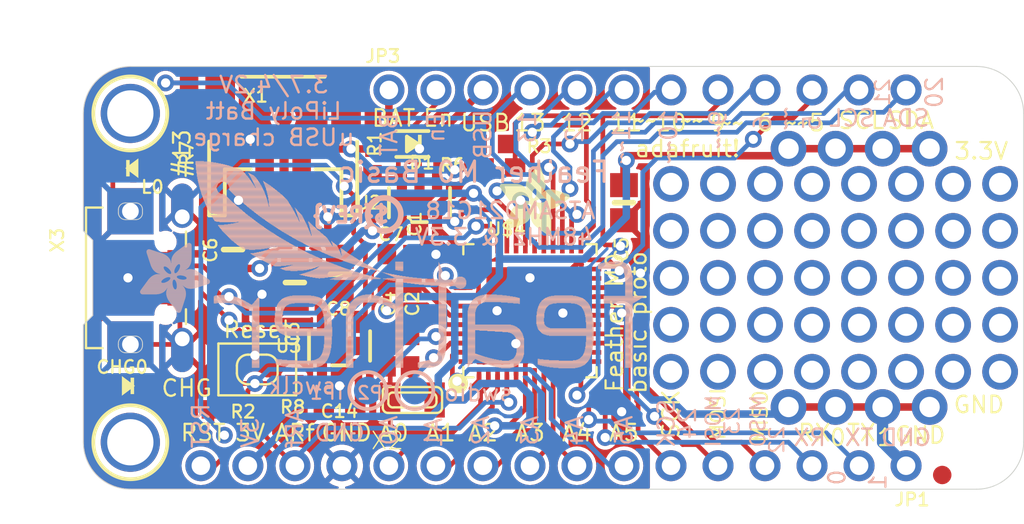
<source format=kicad_pcb>
(kicad_pcb (version 20221018) (generator pcbnew)
  (layers (0 "F.Cu" signal) (31 "B.Cu" signal) (34 "B.Paste" user) (35 "F.Paste" user) (36 "B.SilkS" user "B.Silkscreen") (37 "F.SilkS" user "F.Silkscreen") (38 "B.Mask" user) (39 "F.Mask" user) (44 "Edge.Cuts" user))
  (net 0 "")
  (net 1 "GND")
  (net 2 "MOSI")
  (net 3 "MISO")
  (net 4 "SCK")
  (net 5 "A5")
  (net 6 "A4")
  (net 7 "A3")
  (net 8 "A2")
  (net 9 "A1")
  (net 10 "D11")
  (net 11 "D12")
  (net 12 "+3V3")
  (net 13 "VBUS")
  (net 14 "VBAT")
  (net 15 "N$2")
  (net 16 "AREF")
  (net 17 "D13")
  (net 18 "A0")
  (net 19 "N$1")
  (net 20 "N$3")
  (net 21 "N$4")
  (net 22 "VDDCORE")
  (net 23 "SCL")
  (net 24 "SDA")
  (net 25 "D9")
  (net 26 "D8")
  (net 27 "D7")
  (net 28 "D6")
  (net 29 "D5")
  (net 30 "D4")
  (net 31 "D1")
  (net 32 "D0")
  (net 33 "D10")
  (net 34 "D+")
  (net 35 "D-")
  (net 36 "~{RESET}")
  (net 37 "SWCLK")
  (net 38 "SWDIO")
  (net 39 "N$5")
  (net 40 "N$7")
  (net 41 "N$8")
  (net 42 "N$9")
  (net 43 "N$10")
  (net 44 "N$11")
  (net 45 "N$12")
  (net 46 "N$13")
  (net 47 "N$14")
  (net 48 "N$15")
  (net 49 "N$16")
  (net 50 "N$17")
  (net 51 "N$18")
  (net 52 "N$19")
  (net 53 "N$20")
  (net 54 "N$21")
  (net 55 "N$24")
  (net 56 "N$25")
  (net 57 "N$26")
  (net 58 "N$27")
  (net 59 "N$28")
  (net 60 "N$30")
  (net 61 "N$31")
  (net 62 "N$32")
  (net 63 "N$33")
  (net 64 "N$34")
  (net 65 "N$35")
  (net 66 "N$36")
  (net 67 "N$37")
  (net 68 "N$38")
  (net 69 "N$39")
  (net 70 "N$40")
  (net 71 "N$41")
  (net 72 "N$42")
  (net 73 "N$43")
  (net 74 "N$44")
  (net 75 "N$45")
  (net 76 "N$46")
  (net 77 "N$47")
  (net 78 "N$48")
  (net 79 "N$6")
  (net 80 "N$22")
  (net 81 "EN")
  (net 82 "D3")
  (net 83 "D2")
  (footprint "working:SOT23-5" (layer "F.Cu") (at 141.2621 100.9396 180)
    (fp_text reference "U2")
    (fp_text value "SPX3819-3.3")
  )
  (footprint "working:SOT23-5" (layer "F.Cu") (at 136.9441 108.6866 180)
    (fp_text reference "U3")
    (fp_text value "MCP73831T-2ACI/OT")
  )
  (footprint "working:0805-NO" (layer "F.Cu") (at 136.9591 104.8096 -90)
    (fp_text reference "C8")
    (fp_text value "10µF")
  )
  (footprint "working:0603-NO" (layer "F.Cu") (at 139.4841 108.9406 90)
    (fp_text reference "C4")
    (fp_text value "22pF")
  )
  (footprint "working:0603-NO" (layer "F.Cu") (at 139.5011 104.5716 90)
    (fp_text reference "C7")
    (fp_text value "1uF")
  )
  (footprint "working:0603-NO" (layer "F.Cu") (at 136.9441 112.1156 180)
    (fp_text reference "R8")
    (fp_text value "10K\\")
  )
  (footprint "working:ADAFRUIT_3.5MM" (layer "F.Cu") (at 145.5801 102.7176)
    (fp_text reference "U$7" hide)
    (fp_text value "" hide)
  )
  (footprint "working:MOUNTINGHOLE_2.5_PLATED" (layer "F.Cu") (at 125.6411 113.8936 -90)
    (fp_text reference "U$32" hide)
    (fp_text value "MOUNTINGHOLE2.5" hide)
  )
  (footprint "working:MOUNTINGHOLE_2.5_PLATED" (layer "F.Cu") (at 125.6411 96.1136 -90)
    (fp_text reference "U$31" hide)
    (fp_text value "MOUNTINGHOLE2.5" hide)
  )
  (footprint "working:CHIPLED_0805_NOOUTLINE" (layer "F.Cu") (at 125.7461 99.0746 90)
    (fp_text reference "L0")
    (fp_text value "RED")
  )
  (footprint "working:KMR2" (layer "F.Cu") (at 132.4991 109.9566 180)
    (fp_text reference "SW1" hide)
    (fp_text value "SPST_TACT-KMR2" hide)
  )
  (footprint "working:FIDUCIAL_1MM" (layer "F.Cu") (at 133.8961 96.3676 -90)
    (fp_text reference "U$34" hide)
    (fp_text value "FIDUCIAL\"\"" hide)
  )
  (footprint "working:4UCONN_20329_V2" (layer "F.Cu") (at 127.5461 105.0036 -90)
    (fp_text reference "X3")
    (fp_text value "microUSB")
    (fp_line (start -4.05 2.15) (end -4.05 1.6) (stroke (width 0.05)) (layer "Edge.Cuts"))
    (fp_line (start -3.7 1.25) (end -3.5 1.25) (stroke (width 0.05)) (layer "Edge.Cuts"))
    (fp_line (start -3.5 2.55) (end -3.7 2.55) (stroke (width 0.05)) (layer "Edge.Cuts"))
    (fp_line (start -3.15 1.6) (end -3.15 2.15) (stroke (width 0.05)) (layer "Edge.Cuts"))
    (fp_line (start 3.15 2.2) (end 3.15 1.6) (stroke (width 0.05)) (layer "Edge.Cuts"))
    (fp_line (start 4.05 1.6) (end 4.05 2.2) (stroke (width 0.05)) (layer "Edge.Cuts"))
    (fp_arc (start -4.05 1.6) (mid -3.947487 1.352513) (end -3.7 1.25) (stroke (width 0.05)) (layer "Edge.Cuts"))
    (fp_arc (start -3.7 2.55) (mid -3.957843 2.422487) (end -4.05 2.15) (stroke (width 0.05)) (layer "Edge.Cuts"))
    (fp_arc (start -3.5 1.25) (mid -3.252513 1.352513) (end -3.15 1.6) (stroke (width 0.05)) (layer "Edge.Cuts"))
    (fp_arc (start -3.15 2.15) (mid -3.242157 2.422487) (end -3.5 2.55) (stroke (width 0.05)) (layer "Edge.Cuts"))
    (fp_arc (start 3.15 1.6) (mid 3.302513 1.331802) (end 3.6 1.25) (stroke (width 0.05)) (layer "Edge.Cuts"))
    (fp_arc (start 3.6 1.25) (mid 3.897487 1.331802) (end 4.05 1.6) (stroke (width 0.05)) (layer "Edge.Cuts"))
    (fp_arc (start 3.6 2.55) (mid 3.302513 2.468198) (end 3.15 2.2) (stroke (width 0.05)) (layer "Edge.Cuts"))
    (fp_arc (start 4.05 2.2) (mid 3.897487 2.468198) (end 3.6 2.55) (stroke (width 0.05)) (layer "Edge.Cuts"))
  )
  (footprint "working:0603-NO" (layer "F.Cu") (at 145.1991 97.7646)
    (fp_text reference "R3")
    (fp_text value "100k")
  )
  (footprint "" (layer "F.Cu") (at 171.3611 96.1136)
    (fp_text reference "@HOLE0" hide)
    (fp_text value "")
  )
  (footprint "working:0603-NO" (layer "F.Cu") (at 140.7541 108.9406 90)
    (fp_text reference "C2")
    (fp_text value "22pF")
  )
  (footprint "working:0603-NO" (layer "F.Cu") (at 128.8161 95.4786 -90)
    (fp_text reference "R7")
    (fp_text value "2.2K")
  )
  (footprint "working:TQFN48_7MM" (layer "F.Cu") (at 147.2311 106.7816)
    (fp_text reference "U$4")
    (fp_text value "ATSAMD21G18_QFN")
  )
  (footprint "working:JSTPH2" (layer "F.Cu") (at 133.8961 97.1296)
    (fp_text reference "X1")
    (fp_text value "JSTPH")
  )
  (footprint "" (layer "F.Cu") (at 171.3611 113.8936)
    (fp_text reference "@HOLE1" hide)
    (fp_text value "")
  )
  (footprint "working:1X16_ROUND" (layer "F.Cu") (at 148.5011 115.1636 180)
    (fp_text reference "JP1")
    (fp_text value "")
  )
  (footprint "working:0603-NO" (layer "F.Cu") (at 133.8199 112.089007)
    (fp_text reference "C14")
    (fp_text value "1uF")
  )
  (footprint "working:FIDUCIAL_1MM" (layer "F.Cu") (at 169.5033 115.6646 -90)
    (fp_text reference "U$35" hide)
    (fp_text value "FIDUCIAL\"\"" hide)
  )
  (footprint "working:0603-NO" (layer "F.Cu") (at 138.7221 100.3046 90)
    (fp_text reference "R1")
    (fp_text value "100k")
  )
  (footprint "working:SOD-123" (layer "F.Cu") (at 140.8811 97.7646 180)
    (fp_text reference "D1")
    (fp_text value "MBR120")
  )
  (footprint "working:1X12_ROUND" (layer "F.Cu") (at 153.5811 94.8436)
    (fp_text reference "JP3")
    (fp_text value "")
  )
  (footprint "working:0603-NO" (layer "F.Cu") (at 140.8811 104.6226 90)
    (fp_text reference "C1")
    (fp_text value "1uF")
  )
  (footprint "working:0805-NO" (layer "F.Cu") (at 131.1891 103.4746 90)
    (fp_text reference "C6")
    (fp_text value "10µF")
  )
  (footprint "working:CHIPLED_0805_NOOUTLINE" (layer "F.Cu") (at 125.5141 110.8456 -90)
    (fp_text reference "CHG0")
    (fp_text value "ORANGE")
  )
  (footprint "working:0805-NO" (layer "F.Cu") (at 152.3111 100.9396 -90)
    (fp_text reference "C5")
    (fp_text value "10uF")
  )
  (footprint "working:XTAL3215" (layer "F.Cu") (at 140.8811 111.6076)
    (fp_text reference "X2")
    (fp_text value "32.768")
  )
  (footprint "working:0805-NO" (layer "F.Cu") (at 134.5311 105.2576 -90)
    (fp_text reference "C3")
    (fp_text value "10µF")
  )
  (footprint "working:0603-NO" (layer "F.Cu") (at 145.5801 99.0346 180)
    (fp_text reference "R6")
    (fp_text value "100K")
  )
  (footprint "working:0603-NO" (layer "F.Cu") (at 129.1971 112.1156)
    (fp_text reference "R2")
    (fp_text value "1K")
  )
  (footprint "working:FEATHERLOGO" (layer "B.Cu") (at 153.4541 109.9566 180)
    (fp_text reference "U$9" hide)
    (fp_text value "" hide)
  )
  (footprint "working:TESTPOINT_ROUND_1.5MM" (layer "B.Cu") (at 138.4681 111.0996 180)
    (fp_text reference "TP1")
    (fp_text value "")
  )
  (footprint "working:TESTPOINT_ROUND_1.5MM" (layer "B.Cu") (at 141.0081 111.0996 180)
    (fp_text reference "TP2")
    (fp_text value "")
  )
  (footprint "working:ADAFRUIT_3.5MM" (layer "B.Cu") (at 126.1491 103.0986)
    (fp_text reference "U$12" hide)
    (fp_text value "" hide)
  )
  (footprint "working:PCBFEAT-REV-040" (layer "B.Cu") (at 139.3571 101.5746 180)
    (fp_text reference "U$13" hide)
    (fp_text value "" hide)
  )
  (gr_line (start 123.1011 96.1136) (end 123.1011 102.4636) (stroke (width 0.05)) (layer "Edge.Cuts"))
  (gr_line (start 171.3611 93.5736) (end 125.6411 93.5736) (stroke (width 0.05)) (layer "Edge.Cuts"))
  (gr_line (start 123.1011 107.5436) (end 123.1011 113.8936) (stroke (width 0.05)) (layer "Edge.Cuts"))
  (gr_line (start 125.6411 116.4336) (end 171.3611 116.4336) (stroke (width 0.05)) (layer "Edge.Cuts"))
  (gr_arc (start 125.6411 116.4336) (mid 123.845049 115.689651) (end 123.1011 113.8936) (stroke (width 0.05)) (layer "Edge.Cuts"))
  (gr_line (start 123.6091 107.0356) (end 123.1011 107.5436) (stroke (width 0.05)) (layer "Edge.Cuts"))
  (gr_arc (start 171.3611 93.5736) (mid 173.157151 94.317549) (end 173.9011 96.1136) (stroke (width 0.05)) (layer "Edge.Cuts"))
  (gr_line (start 173.9011 113.8936) (end 173.9011 96.1136) (stroke (width 0.05)) (layer "Edge.Cuts"))
  (gr_line (start 123.1011 102.4636) (end 123.6091 102.9716) (stroke (width 0.05)) (layer "Edge.Cuts"))
  (gr_line (start 123.6091 102.9716) (end 123.6091 107.0356) (stroke (width 0.05)) (layer "Edge.Cuts"))
  (gr_arc (start 123.1011 96.1136) (mid 123.845049 94.317549) (end 125.6411 93.5736) (stroke (width 0.05)) (layer "Edge.Cuts"))
  (gr_arc (start 173.9011 113.8936) (mid 173.157151 115.689651) (end 171.3611 116.4336) (stroke (width 0.05)) (layer "Edge.Cuts"))
  (gr_text "A0" (at 139.6111 113.2586 -270) (layer "B.SilkS") (effects (font (size 0.89408 0.89408) (thickness 0.12192)) (justify mirror)))
  (gr_text "A3" (at 147.2311 113.2586 -270) (layer "B.SilkS") (effects (font (size 0.89408 0.89408) (thickness 0.12192)) (justify mirror)))
  (gr_text "0" (at 163.7411 115.7986 -90) (layer "B.SilkS") (effects (font (size 0.89408 0.89408) (thickness 0.12192)) (justify mirror)))
  (gr_text "1" (at 166.0271 116.0526 -270) (layer "B.SilkS") (effects (font (size 0.89408 0.89408) (thickness 0.12192)) (justify mirror)))
  (gr_text "USB" (at 144.6911 97.2566 -270) (layer "B.SilkS") (effects (font (size 0.89408 0.89408) (thickness 0.12192)) (justify mirror)))
  (gr_text "A4" (at 149.6441 113.2586 -270) (layer "B.SilkS") (effects (font (size 0.89408 0.89408) (thickness 0.12192)) (justify mirror)))
  (gr_text "A1" (at 142.0241 113.3856 -270) (layer "B.SilkS") (effects (font (size 0.89408 0.89408) (thickness 0.12192)) (justify mirror)))
  (gr_text "23" (at 158.1531 112.7506 -270) (layer "B.SilkS") (effects (font (size 0.78232 0.78232) (thickness 0.10668)) (justify mirror)))
  (gr_text "~~" (at 161.0741 96.3676 -90) (layer "B.SilkS") (effects (font (size 0.89408 0.89408) (thickness 0.12192)) (justify mirror)))
  (gr_text "22" (at 160.5661 113.7666 -270) (layer "B.SilkS") (effects (font (size 0.78232 0.78232) (thickness 0.10668)) (justify mirror)))
  (gr_text "swdio" (at 144.4371 111.2266) (layer "B.SilkS") (effects (font (size 0.89408 0.89408) (thickness 0.12192)) (justify mirror)))
  (gr_text "ARf" (at 134.5311 113.1316 -270) (layer "B.SilkS") (effects (font (size 0.89408 0.89408) (thickness 0.12192)) (justify mirror)))
  (gr_text "11~~" (at 152.1841 97.3836 -270) (layer "B.SilkS") (effects (font (size 0.89408 0.89408) (thickness 0.12192)) (justify mirror)))
  (gr_text "3.7/4.2V\nLiPoly Batt\nµUSB charge" (at 133.3881 95.9866) (layer "B.SilkS") (effects (font (size 0.88392 0.88392) (thickness 0.13208)) (justify mirror)))
  (gr_text "BAT" (at 139.6111 97.2566 -270) (layer "B.SilkS") (effects (font (size 0.89408 0.89408) (thickness 0.12192)) (justify mirror)))
  (gr_text "En" (at 142.1511 96.8756 -270) (layer "B.SilkS") (effects (font (size 0.89408 0.89408) (thickness 0.12192)) (justify mirror)))
  (gr_text "Feather M0 Basic" (at 144.1831 99.2886) (layer "B.SilkS") (effects (font (size 1.1049 1.1049) (thickness 0.1651)) (justify mirror)))
  (gr_text "13" (at 147.1041 96.8756 -270) (layer "B.SilkS") (effects (font (size 0.89408 0.89408) (thickness 0.12192)) (justify mirror)))
  (gr_text "5" (at 162.4711 96.6216 -270) (layer "B.SilkS") (effects (font (size 0.89408 0.89408) (thickness 0.12192)) (justify mirror)))
  (gr_text "21" (at 166.2811 94.9706 -270) (layer "B.SilkS") (effects (font (size 0.78232 0.78232) (thickness 0.10668)) (justify mirror)))
  (gr_text "20" (at 169.0751 94.9706 -270) (layer "B.SilkS") (effects (font (size 0.89408 0.89408) (thickness 0.12192)) (justify mirror)))
  (gr_text "SCK" (at 154.5971 112.8776 -270) (layer "B.SilkS") (effects (font (size 0.89408 0.89408) (thickness 0.12192)) (justify mirror)))
  (gr_text "GND" (at 136.9441 113.3856) (layer "B.SilkS") (effects (font (size 0.89408 0.89408) (thickness 0.12192)) (justify mirror)))
  (gr_text "9~~" (at 157.3911 97.0026 -270) (layer "B.SilkS") (effects (font (size 0.89408 0.89408) (thickness 0.12192)) (justify mirror)))
  (gr_text "24" (at 155.7401 112.8776 -270) (layer "B.SilkS") (effects (font (size 0.89408 0.89408) (thickness 0.12192)) (justify mirror)))
  (gr_text "10~~" (at 154.7241 97.3836 -270) (layer "B.SilkS") (effects (font (size 0.89408 0.89408) (thickness 0.12192)) (justify mirror)))
  (gr_text "RX" (at 162.3441 113.6396) (layer "B.SilkS") (effects (font (size 0.89408 0.89408) (thickness 0.12192)) (justify mirror)))
  (gr_text "6" (at 159.8041 96.6216 -270) (layer "B.SilkS") (effects (font (size 0.89408 0.89408) (thickness 0.12192)) (justify mirror)))
  (gr_text "12" (at 149.6441 96.8756 -270) (layer "B.SilkS") (effects (font (size 0.89408 0.89408) (thickness 0.12192)) (justify mirror)))
  (gr_text "MOSI" (at 157.1371 112.7506 -270) (layer "B.SilkS") (effects (font (size 0.78232 0.78232) (thickness 0.10668)) (justify mirror)))
  (gr_text "RST" (at 129.4511 113.0046 -270) (layer "B.SilkS") (effects (font (size 0.89408 0.89408) (thickness 0.12192)) (justify mirror)))
  (gr_text "MISO" (at 159.5501 112.7506 -270) (layer "B.SilkS") (effects (font (size 0.78232 0.78232) (thickness 0.10668)) (justify mirror)))
  (gr_text "A2" (at 144.5641 113.2586 -270) (layer "B.SilkS") (effects (font (size 0.89408 0.89408) (thickness 0.12192)) (justify mirror)))
  (gr_text "A5" (at 152.3111 113.2586 -270) (layer "B.SilkS") (effects (font (size 0.89408 0.89408) (thickness 0.12192)) (justify mirror)))
  (gr_text "TX" (at 165.0111 113.6396) (layer "B.SilkS") (effects (font (size 0.89408 0.89408) (thickness 0.12192)) (justify mirror)))
  (gr_text "3V" (at 132.1181 113.3856 -270) (layer "B.SilkS") (effects (font (size 0.89408 0.89408) (thickness 0.12192)) (justify mirror)))
  (gr_text "SDA" (at 167.5511 96.3676) (layer "B.SilkS") (effects (font (size 0.89408 0.89408) (thickness 0.12192)) (justify mirror)))
  (gr_text "ATSAMD21G18 \n48MHz & 3.3V" (at 145.8341 102.0826) (layer "B.SilkS") (effects (font (size 0.88392 0.88392) (thickness 0.13208)) (justify mirror)))
  (gr_text "GND" (at 167.5511 113.6396) (layer "B.SilkS") (effects (font (size 0.89408 0.89408) (thickness 0.12192)) (justify mirror)))
  (gr_text "SCL" (at 164.6301 96.3676) (layer "B.SilkS") (effects (font (size 0.89408 0.89408) (thickness 0.12192)) (justify mirror)))
  (gr_text "swclk" (at 134.9121 110.8456) (layer "B.SilkS") (effects (font (size 0.89408 0.89408) (thickness 0.12192)) (justify mirror)))
  (gr_text "9" (at 157.3911 96.6216) (layer "F.SilkS") (effects (font (size 0.89408 0.89408) (thickness 0.12192))))
  (gr_text "SDA" (at 167.8051 96.4946) (layer "F.SilkS") (effects (font (size 0.89408 0.89408) (thickness 0.12192))))
  (gr_text "SCK" (at 154.8511 112.3696 90) (layer "F.SilkS") (effects (font (size 0.89408 0.89408) (thickness 0.12192))))
  (gr_text "Feather M0" (at 151.8031 107.4166 90) (layer "F.SilkS") (effects (font (size 0.89408 0.89408) (thickness 0.12192))))
  (gr_text "A0" (at 139.8651 113.3856) (layer "F.SilkS") (effects (font (size 0.89408 0.89408) (thickness 0.12192))))
  (gr_text "~~5" (at 162.0901 96.6216) (layer "F.SilkS") (effects (font (size 0.89408 0.89408) (thickness 0.12192))))
  (gr_text "Reset" (at 132.4991 107.7976) (layer "F.SilkS") (effects (font (size 0.89408 0.89408) (thickness 0.12192))))
  (gr_text "En" (at 142.2781 96.3676) (layer "F.SilkS") (effects (font (size 0.89408 0.89408) (thickness 0.12192))))
  (gr_text "A5" (at 152.3111 113.3856) (layer "F.SilkS") (effects (font (size 0.89408 0.89408) (thickness 0.12192))))
  (gr_text "~~" (at 153.4541 96.4946) (layer "F.SilkS") (effects (font (size 0.89408 0.89408) (thickness 0.12192))))
  (gr_text "A3" (at 147.2311 113.3856) (layer "F.SilkS") (effects (font (size 0.89408 0.89408) (thickness 0.12192))))
  (gr_text "RST" (at 129.5781 113.3856) (layer "F.SilkS") (effects (font (size 0.89408 0.89408) (thickness 0.12192))))
  (gr_text "0" (at 163.8681 113.6396) (layer "F.SilkS") (effects (font (size 0.89408 0.89408) (thickness 0.12192))))
  (gr_text "12" (at 149.7711 96.6216) (layer "F.SilkS") (effects (font (size 0.89408 0.89408) (thickness 0.12192))))
  (gr_text "basic proto" (at 153.0731 107.4166 90) (layer "F.SilkS") (effects (font (size 0.89408 0.89408) (thickness 0.12192))))
  (gr_text "#13" (at 128.4351 98.2726 90) (layer "F.SilkS") (effects (font (size 0.89408 0.89408) (thickness 0.12192))))
  (gr_text "A2" (at 144.6911 113.3856) (layer "F.SilkS") (effects (font (size 0.89408 0.89408) (thickness 0.12192))))
  (gr_text "GND" (at 137.3251 113.3856) (layer "F.SilkS") (effects (font (size 0.89408 0.89408) (thickness 0.12192))))
  (gr_text "A1" (at 142.4051 113.3856) (layer "F.SilkS") (effects (font (size 0.89408 0.89408) (thickness 0.12192))))
  (gr_text "TX" (at 165.1381 113.3856) (layer "F.SilkS") (effects (font (size 0.89408 0.89408) (thickness 0.12192))))
  (gr_text "RX" (at 162.5981 113.3856) (layer "F.SilkS") (effects (font (size 0.89408 0.89408) (thickness 0.12192))))
  (gr_text "SCL" (at 165.1381 96.4946) (layer "F.SilkS") (effects (font (size 0.89408 0.89408) (thickness 0.12192))))
  (gr_text "1" (at 166.4081 113.6396) (layer "F.SilkS") (effects (font (size 0.89408 0.89408) (thickness 0.12192))))
  (gr_text "~~" (at 155.9941 96.4946) (layer "F.SilkS") (effects (font (size 0.89408 0.89408) (thickness 0.12192))))
  (gr_text "10" (at 154.8511 96.6216) (layer "F.SilkS") (effects (font (size 0.89408 0.89408) (thickness 0.12192))))
  (gr_text "adafruit!" (at 155.7401 98.0186) (layer "F.SilkS") (effects (font (size 0.89408 0.89408) (thickness 0.12192))))
  (gr_text "~~" (at 158.1531 96.6216) (layer "F.SilkS") (effects (font (size 0.89408 0.89408) (thickness 0.12192))))
  (gr_text "MOSI" (at 157.3911 112.3696 90) (layer "F.SilkS") (effects (font (size 0.78232 0.78232) (thickness 0.10668))))
  (gr_text "3.3V" (at 171.6151 98.1456) (layer "F.SilkS") (effects (font (size 0.89408 0.89408) (thickness 0.12192))))
  (gr_text "GND" (at 171.4881 111.8616) (layer "F.SilkS") (effects (font (size 0.89408 0.89408) (thickness 0.12192))))
  (gr_text "11" (at 152.4381 96.6216) (layer "F.SilkS") (effects (font (size 0.89408 0.89408) (thickness 0.12192))))
  (gr_text "CHG" (at 128.6891 110.9726) (layer "F.SilkS") (effects (font (size 0.89408 0.89408) (thickness 0.12192))))
  (gr_text "USB" (at 144.8181 96.6216) (layer "F.SilkS") (effects (font (size 0.89408 0.89408) (thickness 0.12192))))
  (gr_text "3V" (at 132.1181 113.3856) (layer "F.SilkS") (effects (font (size 0.89408 0.89408) (thickness 0.12192))))
  (gr_text "BAT" (at 139.8651 96.3676) (layer "F.SilkS") (effects (font (size 0.89408 0.89408) (thickness 0.12192))))
  (gr_text "MISO" (at 159.6771 112.4966 90) (layer "F.SilkS") (effects (font (size 0.78232 0.78232) (thickness 0.10668))))
  (gr_text "13" (at 147.2311 96.6216) (layer "F.SilkS") (effects (font (size 0.89408 0.89408) (thickness 0.12192))))
  (gr_text "GND" (at 168.3131 113.5126) (layer "F.SilkS") (effects (font (size 0.89408 0.89408) (thickness 0.12192))))
  (gr_text "6" (at 159.9311 96.6216) (layer "F.SilkS") (effects (font (size 0.89408 0.89408) (thickness 0.12192))))
  (gr_text "A4" (at 149.7711 113.3856) (layer "F.SilkS") (effects (font (size 0.89408 0.89408) (thickness 0.12192))))
  (gr_text "ARf" (at 134.5311 113.3856) (layer "F.SilkS") (effects (font (size 0.89408 0.89408) (thickness 0.12192))))
  (segment (start 146.9811 106.5316) (end 147.2311 106.7816) (width 0.254) (layer "F.Cu") (net 1))
  (segment (start 128.1461 108.6036) (end 128.4461 108.3036) (width 0.254) (layer "F.Cu") (net 1))
  (segment (start 161.2011 111.9886) (end 163.7411 111.9886) (width 0.4064) (layer "F.Cu") (net 1))
  (segment (start 124.6961 99.0746) (end 124.6961 101.4036) (width 0.254) (layer "F.Cu") (net 1))
  (segment (start 144.4371 99.0346) (end 143.1671 100.3046) (width 0.254) (layer "F.Cu") (net 1))
  (segment (start 141.7701 104.1146) (end 142.1511 103.7336) (width 0.254) (layer "F.Cu") (net 1))
  (segment (start 146.4811 107.5316) (end 146.4691 107.5436) (width 0.254) (layer "F.Cu") (net 1))
  (segment (start 144.9811 103.3066) (end 144.9811 104.5316) (width 0.254) (layer "F.Cu") (net 1))
  (segment (start 147.4811 107.0316) (end 147.2311 106.7816) (width 0.254) (layer "F.Cu") (net 1))
  (segment (start 126.0961 106.3036) (end 125.5461 105.7536) (width 0.254) (layer "F.Cu") (net 1))
  (segment (start 151.2911 107.0316) (end 151.3566 107.049151) (width 0.254) (layer "F.Cu") (net 1))
  (segment (start 146.4811 110.2566) (end 146.4811 107.5316) (width 0.254) (layer "F.Cu") (net 1))
  (segment (start 166.2811 111.9886) (end 168.8211 111.9886) (width 0.4064) (layer "F.Cu") (net 1))
  (segment (start 140.7541 108.0906) (end 139.4841 108.0906) (width 0.254) (layer "F.Cu") (net 1))
  (segment (start 128.3211 106.3036) (end 126.0961 106.3036) (width 0.254) (layer "F.Cu") (net 1))
  (segment (start 144.7301 99.0346) (end 144.4371 99.0346) (width 0.254) (layer "F.Cu") (net 1))
  (segment (start 151.4221 107.1626) (end 151.4221 107.4166) (width 0.254) (layer "F.Cu") (net 1))
  (segment (start 146.4811 107.5316) (end 147.2311 106.7816) (width 0.254) (layer "F.Cu") (net 1))
  (segment (start 144.9811 104.5316) (end 147.2311 106.7816) (width 0.254) (layer "F.Cu") (net 1))
  (segment (start 143.1671 100.3046) (end 143.0401 100.3046) (width 0.254) (layer "F.Cu") (net 1))
  (segment (start 125.6461 108.6036) (end 128.1461 108.6036) (width 0.254) (layer "F.Cu") (net 1))
  (segment (start 163.7411 111.9886) (end 166.2811 111.9886) (width 0.4064) (layer "F.Cu") (net 1))
  (segment (start 130.4991 109.1566) (end 134.4991 109.1566) (width 0.254) (layer "F.Cu") (net 1))
  (segment (start 128.3211 106.3036) (end 128.3211 108.1786) (width 0.254) (layer "F.Cu") (net 1))
  (segment (start 141.2621 99.6395) (end 141.2621 98.3996) (width 0.254) (layer "F.Cu") (net 1))
  (segment (start 150.7061 107.0316) (end 147.4811 107.0316) (width 0.254) (layer "F.Cu") (net 1))
  (segment (start 150.7061 107.0316) (end 151.2911 107.0316) (width 0.254) (layer "F.Cu") (net 1))
  (segment (start 143.7561 106.5316) (end 143.1711 106.5316) (width 0.254) (layer "F.Cu") (net 1))
  (segment (start 151.404549 107.0971) (end 151.4221 107.1626) (width 0.254) (layer "F.Cu") (net 1))
  (segment (start 141.7701 105.1306) (end 141.7701 104.1146) (width 0.254) (layer "F.Cu") (net 1))
  (segment (start 151.3566 107.049151) (end 151.404549 107.0971) (width 0.254) (layer "F.Cu") (net 1))
  (segment (start 146.4691 107.5436) (end 146.4691 108.5596) (width 0.254) (layer "F.Cu") (net 1))
  (segment (start 124.6961 101.4036) (end 125.6461 101.4036) (width 0.254) (layer "F.Cu") (net 1))
  (segment (start 143.7561 106.5316) (end 146.9811 106.5316) (width 0.254) (layer "F.Cu") (net 1))
  (segment (start 134.4991 109.1566) (end 134.6201 109.1566) (width 0.254) (layer "F.Cu") (net 1))
  (segment (start 151.2911 107.0316) (end 151.2911 107.0316) (width 0.254) (layer "F.Cu") (net 1))
  (segment (start 151.2911 107.0316) (end 151.2951 107.0356) (width 0.254) (layer "F.Cu") (net 1))
  (segment (start 128.3211 108.1786) (end 128.4461 108.3036) (width 0.254) (layer "F.Cu") (net 1))
  (segment (start 143.1711 106.5316) (end 141.7701 105.1306) (width 0.254) (layer "F.Cu") (net 1))
  (segment (start 137.0711 105.7596) (end 136.9591 105.7596) (width 0.254) (layer "F.Cu") (net 1))
  (via (at 132.7531 105.8926) (size 0.9064) (drill 0.5) (layers "F.Cu" "B.Cu") (net 1))
  (via (at 136.9441 110.8456) (size 0.9064) (drill 0.5) (layers "F.Cu" "B.Cu") (net 1))
  (via (at 147.2311 105.0036) (size 0.9064) (drill 0.5) (layers "F.Cu" "B.Cu") (net 1))
  (via (at 145.4531 106.7816) (size 0.9064) (drill 0.5) (layers "F.Cu" "B.Cu") (net 1))
  (via (at 125.5141 105.0036) (size 0.9064) (drill 0.5) (layers "F.Cu" "B.Cu") (net 1))
  (via (at 152.1841 112.2426) (size 0.9064) (drill 0.5) (layers "F.Cu" "B.Cu") (net 1))
  (via (at 149.0091 106.9086) (size 0.9064) (drill 0.5) (layers "F.Cu" "B.Cu") (net 1))
  (via (at 153.2001 104.7496) (size 0.9064) (drill 0.5) (layers "F.Cu" "B.Cu") (net 1))
  (via (at 132.1181 97.5106) (size 0.9064) (drill 0.5) (layers "F.Cu" "B.Cu") (net 1))
  (via (at 132.3721 109.1946) (size 0.9064) (drill 0.5) (layers "F.Cu" "B.Cu") (net 1))
  (via (at 161.2011 111.9886) (size 1.9304) (drill 1.1) (layers "F.Cu" "B.Cu") (net 1))
  (via (at 142.1511 103.7336) (size 0.9064) (drill 0.5) (layers "F.Cu" "B.Cu") (net 1))
  (via (at 141.2621 98.0186) (size 0.9064) (drill 0.5) (layers "F.Cu" "B.Cu") (net 1))
  (via (at 163.7411 111.9886) (size 1.9304) (drill 1.1) (layers "F.Cu" "B.Cu") (net 1))
  (via (at 166.2811 111.9886) (size 1.9304) (drill 1.1) (layers "F.Cu" "B.Cu") (net 1))
  (via (at 168.8211 111.9886) (size 1.9304) (drill 1.1) (layers "F.Cu" "B.Cu") (net 1))
  (via (at 146.4691 108.5596) (size 0.9064) (drill 0.5) (layers "F.Cu" "B.Cu") (net 1))
  (via (at 131.4831 100.8126) (size 0.9064) (drill 0.5) (layers "F.Cu" "B.Cu") (net 1))
  (segment (start 154.8511 111.6076) (end 155.6131 112.3696) (width 0.4064) (layer "B.Cu") (net 1))
  (segment (start 155.6131 112.3696) (end 160.8201 112.3696) (width 0.4064) (layer "B.Cu") (net 1))
  (segment (start 153.8351 111.6076) (end 153.4541 111.2266) (width 0.4064) (layer "B.Cu") (net 1))
  (segment (start 153.8351 111.6076) (end 154.8511 111.6076) (width 0.4064) (layer "B.Cu") (net 1))
  (segment (start 160.8201 112.3696) (end 161.2011 111.9886) (width 0.4064) (layer "B.Cu") (net 1))
  (segment (start 166.2811 113.8936) (end 166.2811 111.9886) (width 0.6096) (layer "B.Cu") (net 1))
  (segment (start 167.5511 115.1636) (end 166.2811 113.8936) (width 0.6096) (layer "B.Cu") (net 1))
  (segment (start 157.3911 115.1636) (end 156.2481 114.0206) (width 0.254) (layer "F.Cu") (net 2))
  (segment (start 150.7061 106.5316) (end 151.8071 106.5316) (width 0.254) (layer "F.Cu") (net 2))
  (segment (start 155.4861 114.0206) (end 153.9621 112.4966) (width 0.254) (layer "F.Cu") (net 2))
  (segment (start 156.2481 114.0206) (end 155.4861 114.0206) (width 0.254) (layer "F.Cu") (net 2))
  (segment (start 151.8071 106.5316) (end 152.1841 106.9086) (width 0.254) (layer "F.Cu") (net 2))
  (via (at 153.9621 112.4966) (size 0.9064) (drill 0.5) (layers "F.Cu" "B.Cu") (net 2))
  (via (at 152.1841 106.9086) (size 0.9064) (drill 0.5) (layers "F.Cu" "B.Cu") (net 2))
  (segment (start 152.1841 106.9086) (end 152.4381 107.1626) (width 0.254) (layer "B.Cu") (net 2))
  (segment (start 152.4381 110.9726) (end 153.9621 112.4966) (width 0.254) (layer "B.Cu") (net 2))
  (segment (start 152.4381 107.1626) (end 152.4381 110.9726) (width 0.254) (layer "B.Cu") (net 2))
  (segment (start 153.5303 110.8964) (end 156.0195 113.3856) (width 0.254) (layer "F.Cu") (net 3))
  (segment (start 156.2481 113.3856) (end 156.7561 113.3856) (width 0.254) (layer "F.Cu") (net 3))
  (segment (start 153.1185 105.5316) (end 153.5303 105.9434) (width 0.254) (layer "F.Cu") (net 3))
  (segment (start 158.6611 113.8936) (end 159.9311 115.1636) (width 0.254) (layer "F.Cu") (net 3))
  (segment (start 150.7061 105.5316) (end 153.1185 105.5316) (width 0.254) (layer "F.Cu") (net 3))
  (segment (start 157.2641 113.8936) (end 158.6611 113.8936) (width 0.254) (layer "F.Cu") (net 3))
  (segment (start 156.7561 113.3856) (end 157.2641 113.8936) (width 0.254) (layer "F.Cu") (net 3))
  (segment (start 156.0195 113.3856) (end 156.2481 113.3856) (width 0.254) (layer "F.Cu") (net 3))
  (segment (start 155.9941 113.3856) (end 156.0195 113.3856) (width 0.254) (layer "F.Cu") (net 3))
  (segment (start 153.5303 110.8964) (end 153.5303 105.9434) (width 0.254) (layer "F.Cu") (net 3))
  (segment (start 150.7181 106.0196) (end 150.7061 106.0316) (width 0.254) (layer "F.Cu") (net 4))
  (segment (start 152.9969 111.6584) (end 153.0731 111.7346) (width 0.254) (layer "F.Cu") (net 4))
  (segment (start 152.9969 106.1974) (end 152.8191 106.0196) (width 0.254) (layer "F.Cu") (net 4))
  (segment (start 152.8191 106.0196) (end 150.7181 106.0196) (width 0.254) (layer "F.Cu") (net 4))
  (segment (start 152.9969 106.1974) (end 152.9969 111.6584) (width 0.254) (layer "F.Cu") (net 4))
  (segment (start 153.0731 111.7346) (end 153.0731 113.3856) (width 0.254) (layer "F.Cu") (net 4))
  (segment (start 153.0731 113.3856) (end 154.8511 115.1636) (width 0.254) (layer "F.Cu") (net 4))
  (segment (start 143.7561 109.0316) (end 143.2031 109.0316) (width 0.254) (layer "F.Cu") (net 5))
  (segment (start 143.0401 109.1946) (end 143.0401 110.3376) (width 0.254) (layer "F.Cu") (net 5))
  (segment (start 143.2031 109.0316) (end 143.0401 109.1946) (width 0.254) (layer "F.Cu") (net 5))
  (segment (start 143.0401 110.3376) (end 143.2941 110.5916) (width 0.254) (layer "F.Cu") (net 5))
  (via (at 143.2941 110.5916) (size 0.9064) (drill 0.5) (layers "F.Cu" "B.Cu") (net 5))
  (segment (start 149.6441 113.8936) (end 150.2791 113.8936) (width 0.254) (layer "B.Cu") (net 5))
  (segment (start 147.2311 109.9566) (end 148.3741 111.0996) (width 0.254) (layer "B.Cu") (net 5))
  (segment (start 150.2791 113.8936) (end 151.5491 115.1636) (width 0.254) (layer "B.Cu") (net 5))
  (segment (start 151.5491 115.1636) (end 152.3111 115.1636) (width 0.254) (layer "B.Cu") (net 5))
  (segment (start 143.2941 110.5916) (end 143.9291 109.9566) (width 0.254) (layer "B.Cu") (net 5))
  (segment (start 148.3741 112.6236) (end 149.6441 113.8936) (width 0.254) (layer "B.Cu") (net 5))
  (segment (start 143.9291 109.9566) (end 147.2311 109.9566) (width 0.254) (layer "B.Cu") (net 5))
  (segment (start 148.3741 111.0996) (end 148.3741 112.6236) (width 0.254) (layer "B.Cu") (net 5))
  (segment (start 148.9811 114.3736) (end 149.7711 115.1636) (width 0.254) (layer "F.Cu") (net 6))
  (segment (start 148.9811 110.2566) (end 148.9811 114.3736) (width 0.254) (layer "F.Cu") (net 6))
  (segment (start 148.4811 110.2566) (end 148.4811 113.9136) (width 0.254) (layer "F.Cu") (net 7))
  (segment (start 148.4811 113.9136) (end 147.2311 115.1636) (width 0.254) (layer "F.Cu") (net 7))
  (segment (start 147.9811 110.2566) (end 147.9811 113.6516) (width 0.254) (layer "F.Cu") (net 8))
  (segment (start 144.9451 115.1636) (end 144.6911 115.1636) (width 0.254) (layer "F.Cu") (net 8))
  (segment (start 146.7231 113.8936) (end 145.4531 115.1636) (width 0.254) (layer "F.Cu") (net 8))
  (segment (start 145.4531 115.1636) (end 144.6911 115.1636) (width 0.254) (layer "F.Cu") (net 8))
  (segment (start 147.7391 113.8936) (end 146.7231 113.8936) (width 0.254) (layer "F.Cu") (net 8))
  (segment (start 147.9811 113.6516) (end 147.7391 113.8936) (width 0.254) (layer "F.Cu") (net 8))
  (segment (start 146.5961 113.2586) (end 145.9611 113.8936) (width 0.254) (layer "F.Cu") (net 9))
  (segment (start 147.4811 110.2566) (end 147.4811 112.1196) (width 0.254) (layer "F.Cu") (net 9))
  (segment (start 147.4811 112.1196) (end 147.4851 112.1236) (width 0.254) (layer "F.Cu") (net 9))
  (segment (start 145.9611 113.8936) (end 144.1831 113.8936) (width 0.254) (layer "F.Cu") (net 9))
  (segment (start 147.4851 113.2586) (end 146.5961 113.2586) (width 0.254) (layer "F.Cu") (net 9))
  (segment (start 142.9131 115.1636) (end 142.1511 115.1636) (width 0.254) (layer "F.Cu") (net 9))
  (segment (start 147.4851 112.1236) (end 147.4851 113.2586) (width 0.254) (layer "F.Cu") (net 9))
  (segment (start 144.1831 113.8936) (end 142.9131 115.1636) (width 0.254) (layer "F.Cu") (net 9))
  (segment (start 147.7391 96.7486) (end 147.3581 97.1296) (width 0.254) (layer "F.Cu") (net 10))
  (segment (start 150.2791 100.8126) (end 150.2791 96.8756) (width 0.254) (layer "F.Cu") (net 10))
  (segment (start 150.2791 100.8126) (end 150.6601 101.1936) (width 0.254) (layer "F.Cu") (net 10))
  (segment (start 150.1521 96.7486) (end 147.7391 96.7486) (width 0.254) (layer "F.Cu") (net 10))
  (segment (start 150.2791 96.8756) (end 150.1521 96.7486) (width 0.254) (layer "F.Cu") (net 10))
  (segment (start 149.9811 103.3066) (end 149.9811 102.8886) (width 0.254) (layer "F.Cu") (net 10))
  (segment (start 150.6601 102.2096) (end 150.6601 101.1936) (width 0.254) (layer "F.Cu") (net 10))
  (segment (start 149.9811 102.8886) (end 150.6601 102.2096) (width 0.254) (layer "F.Cu") (net 10))
  (via (at 147.3581 97.1296) (size 0.9064) (drill 0.5) (layers "F.Cu" "B.Cu") (net 10))
  (segment (start 147.7391 96.7486) (end 148.3741 96.7486) (width 0.254) (layer "B.Cu") (net 10))
  (segment (start 148.3741 96.7486) (end 149.0091 96.1136) (width 0.254) (layer "B.Cu") (net 10))
  (segment (start 147.3581 97.1296) (end 147.7391 96.7486) (width 0.254) (layer "B.Cu") (net 10))
  (segment (start 149.0091 96.1136) (end 150.4061 96.1136) (width 0.254) (layer "B.Cu") (net 10))
  (segment (start 150.4061 96.1136) (end 151.6761 94.8436) (width 0.254) (layer "B.Cu") (net 10))
  (segment (start 151.6761 94.8436) (end 152.3111 94.8436) (width 0.254) (layer "B.Cu") (net 10))
  (segment (start 148.4811 103.3066) (end 148.4811 99.2686) (width 0.254) (layer "F.Cu") (net 11))
  (segment (start 148.4811 99.2686) (end 148.2471 99.0346) (width 0.254) (layer "F.Cu") (net 11))
  (via (at 148.2471 99.0346) (size 0.9064) (drill 0.5) (layers "F.Cu" "B.Cu") (net 11))
  (segment (start 148.1201 98.9076) (end 148.2471 99.0346) (width 0.254) (layer "B.Cu") (net 11))
  (segment (start 146.8501 96.2406) (end 146.4691 96.6216) (width 0.254) (layer "B.Cu") (net 11))
  (segment (start 149.2631 94.8436) (end 147.8661 96.2406) (width 0.254) (layer "B.Cu") (net 11))
  (segment (start 147.2311 98.9076) (end 148.1201 98.9076) (width 0.254) (layer "B.Cu") (net 11))
  (segment (start 146.4691 98.1456) (end 147.2311 98.9076) (width 0.254) (layer "B.Cu") (net 11))
  (segment (start 149.7711 94.8436) (end 149.2631 94.8436) (width 0.254) (layer "B.Cu") (net 11))
  (segment (start 146.4691 96.6216) (end 146.4691 98.1456) (width 0.254) (layer "B.Cu") (net 11))
  (segment (start 147.8661 96.2406) (end 146.8501 96.2406) (width 0.254) (layer "B.Cu") (net 11))
  (segment (start 139.5011 106.2906) (end 139.5011 105.4216) (width 0.254) (layer "F.Cu") (net 12))
  (segment (start 139.6746 106.4641) (end 139.5011 106.2906) (width 0.254) (layer "F.Cu") (net 12))
  (segment (start 142.2121 102.2397) (end 142.2121 101.7676) (width 0.254) (layer "F.Cu") (net 12))
  (segment (start 152.4381 98.6536) (end 152.4381 98.3996) (width 0.4064) (layer "F.Cu") (net 12))
  (segment (start 141.661 106.4641) (end 139.6746 106.4641) (width 0.254) (layer "F.Cu") (net 12))
  (segment (start 139.5011 106.3985) (end 139.5011 105.4216) (width 0.254) (layer "F.Cu") (net 12))
  (segment (start 161.2011 98.0186) (end 160.9471 98.2726) (width 0.4064) (layer "F.Cu") (net 12))
  (segment (start 146.9811 110.2566) (end 146.9811 112.1116) (width 0.254) (layer "F.Cu") (net 12))
  (segment (start 143.279 103.3066) (end 142.2121 102.2397) (width 0.254) (layer "F.Cu") (net 12))
  (segment (start 152.4381 98.6536) (end 152.3111 98.7806) (width 0.4064) (layer "F.Cu") (net 12))
  (segment (start 146.0881 113.0046) (end 145.3261 113.0046) (width 0.254) (layer "F.Cu") (net 12))
  (segment (start 139.4841 105.4386) (end 139.5011 105.4216) (width 0.4064) (layer "F.Cu") (net 12))
  (segment (start 146.9811 112.1116) (end 146.0881 113.0046) (width 0.254) (layer "F.Cu") (net 12))
  (segment (start 142.7285 107.5316) (end 141.661 106.4641) (width 0.254) (layer "F.Cu") (net 12))
  (segment (start 146.9811 110.2566) (end 146.9811 109.6224) (width 0.254) (layer "F.Cu") (net 12))
  (segment (start 142.2121 101.7676) (end 142.9131 101.0666) (width 0.254) (layer "F.Cu") (net 12))
  (segment (start 163.7411 98.0186) (end 166.2811 98.0186) (width 0.4064) (layer "F.Cu") (net 12))
  (segment (start 143.9291 100.4316) (end 144.1831 100.4316) (width 0.254) (layer "F.Cu") (net 12))
  (segment (start 152.4381 98.3996) (end 160.3121 98.3996) (width 0.4064) (layer "F.Cu") (net 12))
  (segment (start 160.6931 98.0186) (end 161.2011 98.0186) (width 0.4064) (layer "F.Cu") (net 12))
  (segment (start 146.9811 109.6224) (end 147.1041 109.4994) (width 0.254) (layer "F.Cu") (net 12))
  (segment (start 149.9743 107.5316) (end 149.9743 109.4994) (width 0.254) (layer "F.Cu") (net 12))
  (segment (start 142.9131 101.0666) (end 143.2941 101.0666) (width 0.254) (layer "F.Cu") (net 12))
  (segment (start 143.7561 107.5316) (end 142.7285 107.5316) (width 0.254) (layer "F.Cu") (net 12))
  (segment (start 149.9743 109.4994) (end 147.1041 109.4994) (width 0.254) (layer "F.Cu") (net 12))
  (segment (start 144.4811 103.3066) (end 143.279 103.3066) (width 0.254) (layer "F.Cu") (net 12))
  (segment (start 139.4841 105.4386) (end 139.4841 106.7816) (width 0.4064) (layer "F.Cu") (net 12))
  (segment (start 166.2811 98.0186) (end 168.8211 98.0186) (width 0.4064) (layer "F.Cu") (net 12))
  (segment (start 143.2941 101.0666) (end 143.9291 100.4316) (width 0.254) (layer "F.Cu") (net 12))
  (segment (start 152.3111 98.7806) (end 152.3111 99.9896) (width 0.4064) (layer "F.Cu") (net 12))
  (segment (start 136.3091 101.7016) (end 136.3091 103.2096) (width 0.4064) (layer "F.Cu") (net 12))
  (segment (start 150.7061 107.5316) (end 149.9743 107.5316) (width 0.254) (layer "F.Cu") (net 12))
  (segment (start 160.3121 98.3996) (end 160.6931 98.0186) (width 0.4064) (layer "F.Cu") (net 12))
  (segment (start 136.3091 103.2096) (end 136.9591 103.8596) (width 0.4064) (layer "F.Cu") (net 12))
  (segment (start 161.2011 98.0186) (end 163.7411 98.0186) (width 0.4064) (layer "F.Cu") (net 12))
  (via (at 163.7411 98.0186) (size 1.9304) (drill 1.1) (layers "F.Cu" "B.Cu") (net 12))
  (via (at 152.4381 98.6536) (size 0.9064) (drill 0.5) (layers "F.Cu" "B.Cu") (net 12))
  (via (at 139.4841 106.7816) (size 0.9064) (drill 0.5) (layers "F.Cu" "B.Cu") (net 12))
  (via (at 136.3091 101.7016) (size 0.9064) (drill 0.5) (layers "F.Cu" "B.Cu") (net 12))
  (via (at 144.1831 100.4316) (size 0.9064) (drill 0.5) (layers "F.Cu" "B.Cu") (net 12))
  (via (at 145.3261 113.0046) (size 0.9064) (drill 0.5) (layers "F.Cu" "B.Cu") (net 12))
  (via (at 168.8211 98.0186) (size 1.9304) (drill 1.1) (layers "F.Cu" "B.Cu") (net 12))
  (via (at 166.2811 98.0186) (size 1.9304) (drill 1.1) (layers "F.Cu" "B.Cu") (net 12))
  (via (at 161.2011 98.0186) (size 1.9304) (drill 1.1) (layers "F.Cu" "B.Cu") (net 12))
  (segment (start 143.1671 109.4486) (end 142.2781 110.3376) (width 0.4064) (layer "B.Cu") (net 12))
  (segment (start 142.2781 110.3376) (end 142.2781 110.9726) (width 0.4064) (layer "B.Cu") (net 12))
  (segment (start 144.5641 110.7186) (end 146.6001 110.7186) (width 0.4064) (layer "B.Cu") (net 12))
  (segment (start 152.4381 101.7016) (end 152.4381 98.6536) (width 0.4064) (layer "B.Cu") (net 12))
  (segment (start 145.5801 103.8606) (end 145.5801 104.8766) (width 0.4064) (layer "B.Cu") (net 12))
  (segment (start 145.7071 103.9876) (end 150.1521 103.9876) (width 0.4064) (layer "B.Cu") (net 12))
  (segment (start 143.6751 111.6076) (end 144.5641 110.7186) (width 0.4064) (layer "B.Cu") (net 12))
  (segment (start 143.1671 106.0196) (end 140.3731 106.0196) (width 0.4064) (layer "B.Cu") (net 12))
  (segment (start 140.3731 106.0196) (end 139.4841 106.9086) (width 0.4064) (layer "B.Cu") (net 12))
  (segment (start 146.6001 110.7186) (end 147.2311 111.3496) (width 0.4064) (layer "B.Cu") (net 12))
  (segment (start 142.9131 111.6076) (end 143.6751 111.6076) (width 0.4064) (layer "B.Cu") (net 12))
  (segment (start 144.3101 100.4316) (end 144.1831 100.4316) (width 0.254) (layer "B.Cu") (net 12))
  (segment (start 142.7861 111.6076) (end 142.7861 111.4806) (width 0.4064) (layer "B.Cu") (net 12))
  (segment (start 139.4841 106.9086) (end 139.4841 106.7816) (width 0.4064) (layer "B.Cu") (net 12))
  (segment (start 131.9911 115.1636) (end 134.6581 112.4966) (width 0.4064) (layer "B.Cu") (net 12))
  (segment (start 142.7861 111.4806) (end 142.9131 111.6076) (width 0.4064) (layer "B.Cu") (net 12))
  (segment (start 145.5801 103.8606) (end 145.7071 103.9876) (width 0.4064) (layer "B.Cu") (net 12))
  (segment (start 147.2311 112.6236) (end 146.8501 113.0046) (width 0.4064) (layer "B.Cu") (net 12))
  (segment (start 143.1671 106.0196) (end 143.1671 109.4486) (width 0.4064) (layer "B.Cu") (net 12))
  (segment (start 144.4371 106.0196) (end 143.1671 106.0196) (width 0.4064) (layer "B.Cu") (net 12))
  (segment (start 146.8501 113.0046) (end 145.3261 113.0046) (width 0.4064) (layer "B.Cu") (net 12))
  (segment (start 137.4521 101.7016) (end 138.7221 100.4316) (width 0.4064) (layer "B.Cu") (net 12))
  (segment (start 137.4521 101.7016) (end 136.3091 101.7016) (width 0.4064) (layer "B.Cu") (net 12))
  (segment (start 145.5801 101.7016) (end 145.5801 103.8606) (width 0.4064) (layer "B.Cu") (net 12))
  (segment (start 145.5801 104.8766) (end 144.4371 106.0196) (width 0.4064) (layer "B.Cu") (net 12))
  (segment (start 141.8971 112.4966) (end 142.7861 111.6076) (width 0.4064) (layer "B.Cu") (net 12))
  (segment (start 138.7221 100.4316) (end 144.1831 100.4316) (width 0.4064) (layer "B.Cu") (net 12))
  (segment (start 144.3101 100.4316) (end 145.5801 101.7016) (width 0.4064) (layer "B.Cu") (net 12))
  (segment (start 134.6581 112.4966) (end 141.8971 112.4966) (width 0.4064) (layer "B.Cu") (net 12))
  (segment (start 147.2311 111.3496) (end 147.2311 112.6236) (width 0.4064) (layer "B.Cu") (net 12))
  (segment (start 150.1521 103.9876) (end 152.4381 101.7016) (width 0.4064) (layer "B.Cu") (net 12))
  (segment (start 142.2781 110.9726) (end 142.7861 111.4806) (width 0.4064) (layer "B.Cu") (net 12))
  (segment (start 131.8641 107.4166) (end 131.8641 105.0996) (width 0.4064) (layer "F.Cu") (net 13))
  (segment (start 123.6091 110.2106) (end 123.6091 107.6706) (width 0.254) (layer "F.Cu") (net 13))
  (segment (start 141.7701 100.6856) (end 142.2121 100.2436) (width 0.4064) (layer "F.Cu") (net 13))
  (segment (start 124.2441 110.8456) (end 123.6091 110.2106) (width 0.254) (layer "F.Cu") (net 13))
  (segment (start 124.1171 107.1626) (end 124.1171 103.4796) (width 0.254) (layer "F.Cu") (net 13))
  (segment (start 132.6261 108.1786) (end 135.1661 108.1786) (width 0.4064) (layer "F.Cu") (net 13))
  (segment (start 131.1891 104.4246) (end 131.2601 104.4956) (width 0.254) (layer "F.Cu") (net 13))
  (segment (start 131.8641 105.0996) (end 131.1891 104.4246) (width 0.4064) (layer "F.Cu") (net 13))
  (segment (start 128.2911 103.7336) (end 128.3211 103.7036) (width 0.254) (layer "F.Cu") (net 13))
  (segment (start 142.7311 97.7646) (end 142.7311 96.8036) (width 0.4064) (layer "F.Cu") (net 13))
  (segment (start 124.4641 110.8456) (end 124.2441 110.8456) (width 0.254) (layer "F.Cu") (net 13))
  (segment (start 131.2601 104.4956) (end 132.6261 104.4956) (width 0.4064) (layer "F.Cu") (net 13))
  (segment (start 128.3211 103.7036) (end 129.9291 103.7036) (width 0.4064) (layer "F.Cu") (net 13))
  (segment (start 123.6091 107.6706) (end 124.1171 107.1626) (width 0.254) (layer "F.Cu") (net 13))
  (segment (start 131.8641 107.4166) (end 132.6261 108.1786) (width 0.4064) (layer "F.Cu") (net 13))
  (segment (start 139.1911 100.6856) (end 141.7701 100.6856) (width 0.4064) (layer "F.Cu") (net 13))
  (segment (start 138.7221 101.1546) (end 139.1911 100.6856) (width 0.4064) (layer "F.Cu") (net 13))
  (segment (start 135.1661 108.1786) (end 135.9941 109.0066) (width 0.4064) (layer "F.Cu") (net 13))
  (segment (start 127.1651 103.7336) (end 128.2911 103.7336) (width 0.254) (layer "F.Cu") (net 13))
  (segment (start 142.2121 98.2836) (end 142.2121 99.6395) (width 0.4064) (layer "F.Cu") (net 13))
  (segment (start 142.7311 97.7646) (end 142.2121 98.2836) (width 0.4064) (layer "F.Cu") (net 13))
  (segment (start 129.9291 103.7036) (end 130.6501 104.4246) (width 0.4064) (layer "F.Cu") (net 13))
  (segment (start 126.6571 103.2256) (end 127.1651 103.7336) (width 0.254) (layer "F.Cu") (net 13))
  (segment (start 142.7311 96.8036) (end 144.6911 94.8436) (width 0.4064) (layer "F.Cu") (net 13))
  (segment (start 124.3711 103.2256) (end 126.6571 103.2256) (width 0.254) (layer "F.Cu") (net 13))
  (segment (start 124.1171 103.4796) (end 124.3711 103.2256) (width 0.254) (layer "F.Cu") (net 13))
  (segment (start 142.2121 100.2436) (end 142.2121 99.6395) (width 0.4064) (layer "F.Cu") (net 13))
  (segment (start 130.6501 104.4246) (end 131.1891 104.4246) (width 0.254) (layer "F.Cu") (net 13))
  (segment (start 135.9941 109.0066) (end 135.9941 109.9867) (width 0.4064) (layer "F.Cu") (net 13))
  (segment (start 138.7221 101.1546) (end 138.7221 102.4636) (width 0.4064) (layer "F.Cu") (net 13))
  (via (at 138.7221 102.4636) (size 0.9064) (drill 0.5) (layers "F.Cu" "B.Cu") (net 13))
  (via (at 132.6261 104.4956) (size 0.9064) (drill 0.5) (layers "F.Cu" "B.Cu") (net 13))
  (segment (start 132.6261 104.4956) (end 133.3881 103.7336) (width 0.4064) (layer "B.Cu") (net 13))
  (segment (start 136.9441 103.7336) (end 138.2141 102.4636) (width 0.4064) (layer "B.Cu") (net 13))
  (segment (start 133.3881 103.7336) (end 136.9441 103.7336) (width 0.4064) (layer "B.Cu") (net 13))
  (segment (start 138.2141 102.4636) (end 138.7221 102.4636) (width 0.4064) (layer "B.Cu") (net 13))
  (segment (start 139.0311 97.7646) (end 138.762318 98.033382) (width 0.4064) (layer "F.Cu") (net 14))
  (segment (start 135.9941 106.9746) (end 135.9941 107.3865) (width 0.4064) (layer "F.Cu") (net 14))
  (segment (start 135.8011 105.2576) (end 135.8011 106.7816) (width 0.4064) (layer "F.Cu") (net 14))
  (segment (start 134.8961 103.9426) (end 134.5311 104.3076) (width 0.254) (layer "F.Cu") (net 14))
  (segment (start 143.5481 99.1616) (end 143.1671 99.1616) (width 0.254) (layer "F.Cu") (net 14))
  (segment (start 143.8021 98.9076) (end 143.5481 99.1616) (width 0.254) (layer "F.Cu") (net 14))
  (segment (start 143.8021 98.9076) (end 143.8021 98.3116) (width 0.254) (layer "F.Cu") (net 14))
  (segment (start 135.8011 106.7816) (end 135.9941 106.9746) (width 0.4064) (layer "F.Cu") (net 14))
  (segment (start 135.024318 98.033382) (end 137.565318 98.033382) (width 0.4064) (layer "F.Cu") (net 14))
  (segment (start 139.6111 97.1846) (end 139.0311 97.7646) (width 0.4064) (layer "F.Cu") (net 14))
  (segment (start 135.8011 105.2576) (end 134.8511 104.3076) (width 0.4064) (layer "F.Cu") (net 14))
  (segment (start 143.8021 98.3116) (end 144.3491 97.7646) (width 0.254) (layer "F.Cu") (net 14))
  (segment (start 134.9121 100.8136) (end 134.9121 98.1456) (width 0.4064) (layer "F.Cu") (net 14))
  (segment (start 134.8511 104.3076) (end 134.5311 104.3076) (width 0.4064) (layer "F.Cu") (net 14))
  (segment (start 134.8961 100.8296) (end 134.9121 100.8136) (width 0.254) (layer "F.Cu") (net 14))
  (segment (start 134.9121 98.1456) (end 135.024318 98.033382) (width 0.4064) (layer "F.Cu") (net 14))
  (segment (start 139.6111 94.8436) (end 139.6111 97.1846) (width 0.4064) (layer "F.Cu") (net 14))
  (segment (start 138.762318 98.033382) (end 137.565318 98.033382) (width 0.4064) (layer "F.Cu") (net 14))
  (segment (start 134.8961 100.8296) (end 134.8961 103.9426) (width 0.4064) (layer "F.Cu") (net 14))
  (via (at 143.1671 99.1616) (size 0.9064) (drill 0.5) (layers "F.Cu" "B.Cu") (net 14))
  (via (at 137.565318 98.033382) (size 0.9064) (drill 0.5) (layers "F.Cu" "B.Cu") (net 14))
  (segment (start 138.693537 99.1616) (end 137.565318 98.033382) (width 0.4064) (layer "B.Cu") (net 14))
  (segment (start 143.1671 99.1616) (end 138.693537 99.1616) (width 0.4064) (layer "B.Cu") (net 14))
  (segment (start 126.7961 99.0746) (end 128.8161 97.0546) (width 0.254) (layer "F.Cu") (net 15))
  (segment (start 128.8161 97.0546) (end 128.8161 96.3286) (width 0.254) (layer "F.Cu") (net 15))
  (segment (start 145.9811 110.2566) (end 145.9811 111.6276) (width 0.254) (layer "F.Cu") (net 16))
  (segment (start 132.9699 113.6024) (end 132.9699 112.089007) (width 0.254) (layer "F.Cu") (net 16))
  (segment (start 145.9811 111.6276) (end 146.0881 111.7346) (width 0.254) (layer "F.Cu") (net 16))
  (segment (start 132.9699 113.6024) (end 134.5311 115.1636) (width 0.254) (layer "F.Cu") (net 16))
  (via (at 146.0881 111.7346) (size 0.9064) (drill 0.5) (layers "F.Cu" "B.Cu") (net 16))
  (segment (start 134.5311 114.6556) (end 134.5311 115.1636) (width 0.254) (layer "B.Cu") (net 16))
  (segment (start 146.0881 111.7346) (end 144.8181 111.7346) (width 0.254) (layer "B.Cu") (net 16))
  (segment (start 144.8181 111.7346) (end 143.4211 113.1316) (width 0.254) (layer "B.Cu") (net 16))
  (segment (start 143.4211 113.1316) (end 136.1821 113.1316) (width 0.254) (layer "B.Cu") (net 16))
  (segment (start 134.5311 114.7826) (end 134.5311 115.1636) (width 0.254) (layer "B.Cu") (net 16))
  (segment (start 136.1821 113.1316) (end 134.5311 114.7826) (width 0.254) (layer "B.Cu") (net 16))
  (segment (start 149.4811 101.8646) (end 149.7711 101.5746) (width 0.254) (layer "F.Cu") (net 17))
  (segment (start 128.8161 94.6286) (end 128.6501 94.4626) (width 0.254) (layer "F.Cu") (net 17))
  (segment (start 149.4811 103.3066) (end 149.4811 101.8646) (width 0.254) (layer "F.Cu") (net 17))
  (segment (start 128.6501 94.4626) (end 127.5461 94.4626) (width 0.254) (layer "F.Cu") (net 17))
  (via (at 149.7711 101.5746) (size 0.9064) (drill 0.5) (layers "F.Cu" "B.Cu") (net 17))
  (via (at 127.5461 94.4626) (size 0.9064) (drill 0.5) (layers "F.Cu" "B.Cu") (net 17))
  (segment (start 130.8481 94.4626) (end 127.5461 94.4626) (width 0.254) (layer "B.Cu") (net 17))
  (segment (start 147.3581 99.4156) (end 146.3421 99.4156) (width 0.254) (layer "B.Cu") (net 17))
  (segment (start 145.1991 96.3676) (end 146.7231 94.8436) (width 0.254) (layer "B.Cu") (net 17))
  (segment (start 132.7531 96.3676) (end 130.8481 94.4626) (width 0.254) (layer "B.Cu") (net 17))
  (segment (start 146.3421 99.4156) (end 145.1991 98.2726) (width 0.254) (layer "B.Cu") (net 17))
  (segment (start 145.1991 98.2726) (end 145.1991 96.3676) (width 0.254) (layer "B.Cu") (net 17))
  (segment (start 132.7531 96.3676) (end 145.1991 96.3676) (width 0.254) (layer "B.Cu") (net 17))
  (segment (start 146.7231 94.8436) (end 147.2311 94.8436) (width 0.254) (layer "B.Cu") (net 17))
  (segment (start 149.7711 101.5746) (end 149.5171 101.5746) (width 0.254) (layer "B.Cu") (net 17))
  (segment (start 149.5171 101.5746) (end 147.3581 99.4156) (width 0.254) (layer "B.Cu") (net 17))
  (segment (start 143.2941 113.8936) (end 140.8811 113.8936) (width 0.254) (layer "F.Cu") (net 18))
  (segment (start 145.1991 111.9886) (end 143.2941 113.8936) (width 0.254) (layer "F.Cu") (net 18))
  (segment (start 145.1991 111.3536) (end 145.1991 111.9886) (width 0.254) (layer "F.Cu") (net 18))
  (segment (start 145.4811 111.0716) (end 145.1991 111.3536) (width 0.254) (layer "F.Cu") (net 18))
  (segment (start 140.8811 113.8936) (end 139.6111 115.1636) (width 0.254) (layer "F.Cu") (net 18))
  (segment (start 145.4811 110.2566) (end 145.4811 111.0716) (width 0.254) (layer "F.Cu") (net 18))
  (segment (start 126.5641 111.0066) (end 127.6731 112.1156) (width 0.254) (layer "F.Cu") (net 19))
  (segment (start 126.5641 110.8456) (end 126.5641 111.0066) (width 0.254) (layer "F.Cu") (net 19))
  (segment (start 127.6731 112.1156) (end 128.3471 112.1156) (width 0.254) (layer "F.Cu") (net 19))
  (segment (start 137.9902 107.3865) (end 138.3411 107.0356) (width 0.254) (layer "F.Cu") (net 20))
  (segment (start 130.0471 112.8386) (end 130.7211 113.5126) (width 0.254) (layer "F.Cu") (net 20))
  (segment (start 138.3411 103.2256) (end 137.7061 102.5906) (width 0.254) (layer "F.Cu") (net 20))
  (segment (start 138.3411 107.0356) (end 138.3411 103.2256) (width 0.254) (layer "F.Cu") (net 20))
  (segment (start 130.0471 112.1156) (end 130.0471 112.8386) (width 0.254) (layer "F.Cu") (net 20))
  (segment (start 137.7061 100.5586) (end 137.1981 100.0506) (width 0.254) (layer "F.Cu") (net 20))
  (segment (start 137.7061 102.5906) (end 137.7061 100.5586) (width 0.254) (layer "F.Cu") (net 20))
  (segment (start 137.8941 107.3865) (end 137.9902 107.3865) (width 0.254) (layer "F.Cu") (net 20))
  (via (at 137.1981 100.0506) (size 0.9064) (drill 0.5) (layers "F.Cu" "B.Cu") (net 20))
  (via (at 130.7211 113.5126) (size 0.9064) (drill 0.5) (layers "F.Cu" "B.Cu") (net 20))
  (segment (start 131.7371 98.9076) (end 129.4511 101.1936) (width 0.254) (layer "B.Cu") (net 20))
  (segment (start 129.4511 112.2426) (end 130.7211 113.5126) (width 0.254) (layer "B.Cu") (net 20))
  (segment (start 137.1981 99.9236) (end 137.1981 100.0506) (width 0.254) (layer "B.Cu") (net 20))
  (segment (start 129.4511 101.1936) (end 129.4511 112.2426) (width 0.254) (layer "B.Cu") (net 20))
  (segment (start 136.1821 98.9076) (end 137.1981 99.9236) (width 0.254) (layer "B.Cu") (net 20))
  (segment (start 136.1821 98.9076) (end 131.7371 98.9076) (width 0.254) (layer "B.Cu") (net 20))
  (segment (start 137.8941 112.0156) (end 137.7941 112.1156) (width 0.254) (layer "F.Cu") (net 21))
  (segment (start 137.8941 109.9867) (end 137.8941 112.0156) (width 0.254) (layer "F.Cu") (net 21))
  (segment (start 142.9131 107.0316) (end 141.3541 105.4726) (width 0.254) (layer "F.Cu") (net 22))
  (segment (start 141.3541 105.4726) (end 140.8811 105.4726) (width 0.254) (layer "F.Cu") (net 22))
  (segment (start 143.7561 107.0316) (end 142.9131 107.0316) (width 0.254) (layer "F.Cu") (net 22))
  (segment (start 145.4531 100.4316) (end 145.4531 100.3046) (width 0.254) (layer "F.Cu") (net 23))
  (segment (start 146.4811 103.3066) (end 146.4811 101.8406) (width 0.254) (layer "F.Cu") (net 23))
  (segment (start 145.4531 100.8126) (end 145.4531 100.3046) (width 0.254) (layer "F.Cu") (net 23))
  (segment (start 146.4811 101.8406) (end 145.4531 100.8126) (width 0.254) (layer "F.Cu") (net 23))
  (via (at 145.4531 100.3046) (size 0.9064) (drill 0.5) (layers "F.Cu" "B.Cu") (net 23))
  (segment (start 151.6761 97.1296) (end 153.4541 97.1296) (width 0.254) (layer "B.Cu") (net 23))
  (segment (start 150.6601 101.9556) (end 150.0251 102.5906) (width 0.254) (layer "B.Cu") (net 23))
  (segment (start 150.6601 98.1456) (end 150.6601 101.9556) (width 0.254) (layer "B.Cu") (net 23))
  (segment (start 164.3761 94.8436) (end 165.0111 94.8436) (width 0.254) (layer "B.Cu") (net 23))
  (segment (start 145.8341 99.9236) (end 145.4531 100.3046) (width 0.254) (layer "B.Cu") (net 23))
  (segment (start 147.9931 102.5906) (end 147.9931 100.8126) (width 0.254) (layer "B.Cu") (net 23))
  (segment (start 158.1531 96.6216) (end 158.6611 96.1136) (width 0.254) (layer "B.Cu") (net 23))
  (segment (start 150.0251 102.5906) (end 147.9931 102.5906) (width 0.254) (layer "B.Cu") (net 23))
  (segment (start 151.6761 97.1296) (end 150.6601 98.1456) (width 0.254) (layer "B.Cu") (net 23))
  (segment (start 147.1041 99.9236) (end 145.8341 99.9236) (width 0.254) (layer "B.Cu") (net 23))
  (segment (start 153.4541 97.1296) (end 153.9621 96.6216) (width 0.254) (layer "B.Cu") (net 23))
  (segment (start 163.1061 96.1136) (end 164.3761 94.8436) (width 0.254) (layer "B.Cu") (net 23))
  (segment (start 158.6611 96.1136) (end 163.1061 96.1136) (width 0.254) (layer "B.Cu") (net 23))
  (segment (start 153.9621 96.6216) (end 158.1531 96.6216) (width 0.254) (layer "B.Cu") (net 23))
  (segment (start 147.9931 100.8126) (end 147.1041 99.9236) (width 0.254) (layer "B.Cu") (net 23))
  (segment (start 146.9811 101.0706) (end 146.7231 100.8126) (width 0.254) (layer "F.Cu") (net 24))
  (segment (start 146.9811 103.3066) (end 146.9811 101.0706) (width 0.254) (layer "F.Cu") (net 24))
  (via (at 146.7231 100.8126) (size 0.9064) (drill 0.5) (layers "F.Cu" "B.Cu") (net 24))
  (segment (start 150.0251 103.3526) (end 147.7391 103.3526) (width 0.254) (layer "B.Cu") (net 24))
  (segment (start 151.1681 102.2096) (end 150.0251 103.3526) (width 0.254) (layer "B.Cu") (net 24))
  (segment (start 147.1041 101.1936) (end 146.7231 100.8126) (width 0.254) (layer "B.Cu") (net 24))
  (segment (start 158.9151 96.6216) (end 163.4871 96.6216) (width 0.254) (layer "B.Cu") (net 24))
  (segment (start 166.3446 96.0501) (end 167.5511 94.8436) (width 0.254) (layer "B.Cu") (net 24))
  (segment (start 151.9301 97.6376) (end 153.7081 97.6376) (width 0.254) (layer "B.Cu") (net 24))
  (segment (start 163.4871 96.6216) (end 164.0586 96.0501) (width 0.254) (layer "B.Cu") (net 24))
  (segment (start 154.2161 97.1296) (end 158.4071 97.1296) (width 0.254) (layer "B.Cu") (net 24))
  (segment (start 164.0586 96.0501) (end 166.3446 96.0501) (width 0.254) (layer "B.Cu") (net 24))
  (segment (start 147.1041 102.7176) (end 147.1041 101.1936) (width 0.254) (layer "B.Cu") (net 24))
  (segment (start 147.7391 103.3526) (end 147.1041 102.7176) (width 0.254) (layer "B.Cu") (net 24))
  (segment (start 151.1681 98.3996) (end 151.9301 97.6376) (width 0.254) (layer "B.Cu") (net 24))
  (segment (start 158.4071 97.1296) (end 158.9151 96.6216) (width 0.254) (layer "B.Cu") (net 24))
  (segment (start 151.1681 98.3996) (end 151.1681 102.2096) (width 0.254) (layer "B.Cu") (net 24))
  (segment (start 153.7081 97.6376) (end 154.2161 97.1296) (width 0.254) (layer "B.Cu") (net 24))
  (segment (start 149.9811 111.1436) (end 149.7711 111.3536) (width 0.254) (layer "F.Cu") (net 25))
  (segment (start 146.8501 96.2406) (end 151.1681 96.2406) (width 0.254) (layer "F.Cu") (net 25))
  (segment (start 146.4301 97.7646) (end 146.4301 96.6606) (width 0.254) (layer "F.Cu") (net 25))
  (segment (start 152.0571 103.2256) (end 152.1206 103.2891) (width 0.254) (layer "F.Cu") (net 25))
  (segment (start 146.4301 97.7646) (end 146.4301 99.0346) (width 0.254) (layer "F.Cu") (net 25))
  (segment (start 151.1681 103.0986) (end 151.2951 103.2256) (width 0.254) (layer "F.Cu") (net 25))
  (segment (start 149.9811 110.2566) (end 149.9811 111.1436) (width 0.254) (layer "F.Cu") (net 25))
  (segment (start 146.0491 97.7646) (end 146.4301 97.7646) (width 0.254) (layer "F.Cu") (net 25))
  (segment (start 146.4301 96.6606) (end 146.8501 96.2406) (width 0.254) (layer "F.Cu") (net 25))
  (segment (start 151.1681 96.2406) (end 151.1681 103.0986) (width 0.254) (layer "F.Cu") (net 25))
  (segment (start 157.3911 95.6056) (end 157.3911 94.8436) (width 0.254) (layer "F.Cu") (net 25))
  (segment (start 156.7561 96.2406) (end 157.3911 95.6056) (width 0.254) (layer "F.Cu") (net 25))
  (segment (start 151.1681 96.2406) (end 156.7561 96.2406) (width 0.254) (layer "F.Cu") (net 25))
  (segment (start 151.2951 103.2256) (end 152.0571 103.2256) (width 0.254) (layer "F.Cu") (net 25))
  (via (at 149.7711 111.3536) (size 0.9064) (drill 0.5) (layers "F.Cu" "B.Cu") (net 25))
  (via (at 152.1206 103.2891) (size 0.9064) (drill 0.5) (layers "F.Cu" "B.Cu") (net 25))
  (segment (start 150.9141 110.2106) (end 149.7711 111.3536) (width 0.254) (layer "B.Cu") (net 25))
  (segment (start 150.9141 104.4956) (end 152.1206 103.2891) (width 0.254) (layer "B.Cu") (net 25))
  (segment (start 150.9141 104.4956) (end 150.9141 110.2106) (width 0.254) (layer "B.Cu") (net 25))
  (segment (start 147.9811 100.0386) (end 147.3581 99.4156) (width 0.254) (layer "F.Cu") (net 28))
  (segment (start 147.9811 103.3066) (end 147.9811 100.0386) (width 0.254) (layer "F.Cu") (net 28))
  (segment (start 147.3581 99.4156) (end 147.3581 98.3996) (width 0.254) (layer "F.Cu") (net 28))
  (segment (start 147.3581 98.3996) (end 147.9931 97.7646) (width 0.254) (layer "F.Cu") (net 28))
  (segment (start 147.9931 97.7646) (end 149.3901 97.7646) (width 0.254) (layer "F.Cu") (net 28))
  (via (at 149.3901 97.7646) (size 0.9064) (drill 0.5) (layers "F.Cu" "B.Cu") (net 28))
  (segment (start 149.5171 97.6376) (end 149.3901 97.7646) (width 0.254) (layer "B.Cu") (net 28))
  (segment (start 157.8991 96.1136) (end 153.7081 96.1136) (width 0.254) (layer "B.Cu") (net 28))
  (segment (start 153.2001 96.6216) (end 151.4221 96.6216) (width 0.254) (layer "B.Cu") (net 28))
  (segment (start 151.4221 96.6216) (end 150.4061 97.6376) (width 0.254) (layer "B.Cu") (net 28))
  (segment (start 159.1691 94.8436) (end 157.8991 96.1136) (width 0.254) (layer "B.Cu") (net 28))
  (segment (start 153.7081 96.1136) (end 153.2001 96.6216) (width 0.254) (layer "B.Cu") (net 28))
  (segment (start 159.1691 94.8436) (end 159.9311 94.8436) (width 0.254) (layer "B.Cu") (net 28))
  (segment (start 150.4061 97.6376) (end 149.5171 97.6376) (width 0.254) (layer "B.Cu") (net 28))
  (segment (start 160.4391 96.3676) (end 161.4551 96.3676) (width 0.254) (layer "F.Cu") (net 29))
  (segment (start 162.4711 95.3516) (end 162.4711 94.8436) (width 0.254) (layer "F.Cu") (net 29))
  (segment (start 161.4551 96.3676) (end 162.4711 95.3516) (width 0.254) (layer "F.Cu") (net 29))
  (segment (start 159.2961 97.5106) (end 160.4391 96.3676) (width 0.254) (layer "F.Cu") (net 29))
  (segment (start 151.4661 104.0316) (end 152.0571 104.6226) (width 0.254) (layer "F.Cu") (net 29))
  (segment (start 150.7061 104.0316) (end 151.4661 104.0316) (width 0.254) (layer "F.Cu") (net 29))
  (via (at 152.0571 104.6226) (size 0.9064) (drill 0.5) (layers "F.Cu" "B.Cu") (net 29))
  (via (at 159.2961 97.5106) (size 0.9064) (drill 0.5) (layers "F.Cu" "B.Cu") (net 29))
  (segment (start 158.2801 98.5266) (end 159.2961 97.5106) (width 0.254) (layer "B.Cu") (net 29))
  (segment (start 153.3271 99.2886) (end 154.0891 98.5266) (width 0.254) (layer "B.Cu") (net 29))
  (segment (start 154.0891 98.5266) (end 158.2801 98.5266) (width 0.254) (layer "B.Cu") (net 29))
  (segment (start 153.3271 103.2256) (end 153.3271 99.2886) (width 0.254) (layer "B.Cu") (net 29))
  (segment (start 151.9301 104.6226) (end 153.3271 103.2256) (width 0.254) (layer "B.Cu") (net 29))
  (segment (start 152.0571 104.6226) (end 151.9301 104.6226) (width 0.254) (layer "B.Cu") (net 29))
  (segment (start 151.4221 110.9726) (end 150.4061 111.9886) (width 0.254) (layer "F.Cu") (net 31))
  (segment (start 150.7061 108.5316) (end 151.2671 108.5316) (width 0.254) (layer "F.Cu") (net 31))
  (segment (start 150.4061 111.9886) (end 150.4061 112.6744) (width 0.254) (layer "F.Cu") (net 31))
  (segment (start 151.4221 108.6866) (end 151.4221 110.9726) (width 0.254) (layer "F.Cu") (net 31))
  (segment (start 151.2671 108.5316) (end 151.4221 108.6866) (width 0.254) (layer "F.Cu") (net 31))
  (via (at 150.4061 112.6744) (size 0.9064) (drill 0.5) (layers "F.Cu" "B.Cu") (net 31))
  (segment (start 151.5491 112.7506) (end 150.4061 112.7506) (width 0.254) (layer "B.Cu") (net 31))
  (segment (start 150.4061 112.7506) (end 150.4061 112.6744) (width 0.254) (layer "B.Cu") (net 31))
  (segment (start 152.1841 113.3856) (end 151.5491 112.7506) (width 0.254) (layer "B.Cu") (net 31))
  (segment (start 163.2331 113.3856) (end 152.1841 113.3856) (width 0.254) (layer "B.Cu") (net 31))
  (segment (start 163.2331 113.3856) (end 165.0111 115.1636) (width 0.254) (layer "B.Cu") (net 31))
  (segment (start 151.9301 108.4326) (end 151.9301 111.2266) (width 0.254) (layer "F.Cu") (net 32))
  (segment (start 151.2951 111.8616) (end 151.2951 113.6396) (width 0.254) (layer "F.Cu") (net 32))
  (segment (start 151.9301 111.2266) (end 151.2951 111.8616) (width 0.254) (layer "F.Cu") (net 32))
  (segment (start 150.7061 108.0316) (end 151.5291 108.0316) (width 0.254) (layer "F.Cu") (net 32))
  (segment (start 151.5291 108.0316) (end 151.9301 108.4326) (width 0.254) (layer "F.Cu") (net 32))
  (via (at 151.2951 113.6396) (size 0.9064) (drill 0.5) (layers "F.Cu" "B.Cu") (net 32))
  (segment (start 151.2951 113.6396) (end 151.5491 113.8936) (width 0.254) (layer "B.Cu") (net 32))
  (segment (start 151.5491 113.8936) (end 161.2011 113.8936) (width 0.254) (layer "B.Cu") (net 32))
  (segment (start 161.2011 113.8936) (end 162.4711 115.1636) (width 0.254) (layer "B.Cu") (net 32))
  (segment (start 148.9811 100.5866) (end 149.3901 100.1776) (width 0.254) (layer "F.Cu") (net 33))
  (segment (start 148.9811 103.3066) (end 148.9811 100.5866) (width 0.254) (layer "F.Cu") (net 33))
  (via (at 149.3901 100.1776) (size 0.9064) (drill 0.5) (layers "F.Cu" "B.Cu") (net 33))
  (segment (start 148.5011 97.3836) (end 149.2631 96.6216) (width 0.254) (layer "B.Cu") (net 33))
  (segment (start 152.8191 96.1136) (end 153.9621 94.9706) (width 0.254) (layer "B.Cu") (net 33))
  (segment (start 149.2631 96.6216) (end 150.6601 96.6216) (width 0.254) (layer "B.Cu") (net 33))
  (segment (start 151.1681 96.1136) (end 152.8191 96.1136) (width 0.254) (layer "B.Cu") (net 33))
  (segment (start 150.6601 96.6216) (end 151.1681 96.1136) (width 0.254) (layer "B.Cu") (net 33))
  (segment (start 154.7241 94.9706) (end 154.8511 94.8436) (width 0.254) (layer "B.Cu") (net 33))
  (segment (start 148.5011 98.1456) (end 148.5011 97.3836) (width 0.254) (layer "B.Cu") (net 33))
  (segment (start 149.3901 99.0346) (end 148.5011 98.1456) (width 0.254) (layer "B.Cu") (net 33))
  (segment (start 153.9621 94.9706) (end 154.7241 94.9706) (width 0.254) (layer "B.Cu") (net 33))
  (segment (start 149.3901 100.1776) (end 149.3901 99.0346) (width 0.254) (layer "B.Cu") (net 33))
  (segment (start 145.1991 102.2096) (end 145.4811 102.4916) (width 0.254) (layer "F.Cu") (net 34))
  (segment (start 144.3101 102.2096) (end 145.1991 102.2096) (width 0.254) (layer "F.Cu") (net 34))
  (segment (start 145.4811 102.4916) (end 145.4811 103.3066) (width 0.254) (layer "F.Cu") (net 34))
  (segment (start 129.4511 105.7656) (end 130.9751 107.2896) (width 0.254) (layer "F.Cu") (net 34))
  (segment (start 129.4511 105.1306) (end 129.4511 105.7656) (width 0.254) (layer "F.Cu") (net 34))
  (segment (start 129.3241 105.0036) (end 129.4511 105.1306) (width 0.254) (layer "F.Cu") (net 34))
  (segment (start 128.3211 105.0036) (end 129.3241 105.0036) (width 0.254) (layer "F.Cu") (net 34))
  (via (at 144.3101 102.2096) (size 0.9064) (drill 0.5) (layers "F.Cu" "B.Cu") (net 34))
  (via (at 130.9751 107.2896) (size 0.9064) (drill 0.5) (layers "F.Cu" "B.Cu") (net 34))
  (segment (start 143.6751 102.8446) (end 144.3101 102.2096) (width 0.254) (layer "B.Cu") (net 34))
  (segment (start 140.5001 102.8446) (end 143.6751 102.8446) (width 0.254) (layer "B.Cu") (net 34))
  (segment (start 131.2291 107.5436) (end 135.8011 107.5436) (width 0.254) (layer "B.Cu") (net 34))
  (segment (start 130.9751 107.2896) (end 131.2291 107.5436) (width 0.254) (layer "B.Cu") (net 34))
  (segment (start 135.8011 107.5436) (end 140.5001 102.8446) (width 0.254) (layer "B.Cu") (net 34))
  (segment (start 130.5941 106.0196) (end 130.9751 106.0196) (width 0.254) (layer "F.Cu") (net 35))
  (segment (start 129.9591 105.3846) (end 130.5941 106.0196) (width 0.254) (layer "F.Cu") (net 35))
  (segment (start 145.9811 102.2296) (end 145.9811 103.3066) (width 0.254) (layer "F.Cu") (net 35))
  (segment (start 143.8021 101.3206) (end 145.0721 101.3206) (width 0.254) (layer "F.Cu") (net 35))
  (segment (start 129.9591 104.7496) (end 129.9591 105.3846) (width 0.254) (layer "F.Cu") (net 35))
  (segment (start 129.5631 104.3536) (end 129.9591 104.7496) (width 0.254) (layer "F.Cu") (net 35))
  (segment (start 143.1671 101.9556) (end 143.8021 101.3206) (width 0.254) (layer "F.Cu") (net 35))
  (segment (start 128.3211 104.3536) (end 129.5631 104.3536) (width 0.254) (layer "F.Cu") (net 35))
  (segment (start 145.0721 101.3206) (end 145.9811 102.2296) (width 0.254) (layer "F.Cu") (net 35))
  (via (at 143.1671 101.9556) (size 0.9064) (drill 0.5) (layers "F.Cu" "B.Cu") (net 35))
  (via (at 130.9751 106.0196) (size 0.9064) (drill 0.5) (layers "F.Cu" "B.Cu") (net 35))
  (segment (start 135.6741 106.9086) (end 140.6271 101.9556) (width 0.254) (layer "B.Cu") (net 35))
  (segment (start 140.6271 101.9556) (end 143.1671 101.9556) (width 0.254) (layer "B.Cu") (net 35))
  (segment (start 130.9751 106.0196) (end 131.8641 106.9086) (width 0.254) (layer "B.Cu") (net 35))
  (segment (start 131.8641 106.9086) (end 135.6741 106.9086) (width 0.254) (layer "B.Cu") (net 35))
  (segment (start 130.4991 110.7566) (end 130.5371 110.7186) (width 0.254) (layer "F.Cu") (net 36))
  (segment (start 129.4511 115.1636) (end 129.5781 115.1636) (width 0.254) (layer "F.Cu") (net 36))
  (segment (start 134.4991 110.7566) (end 134.4611 110.7186) (width 0.254) (layer "F.Cu") (net 36))
  (segment (start 131.9911 113.3856) (end 131.9911 111.0996) (width 0.254) (layer "F.Cu") (net 36))
  (segment (start 130.2131 115.1636) (end 129.4511 115.1636) (width 0.254) (layer "F.Cu") (net 36))
  (segment (start 143.1871 105.5316) (end 142.6591 105.0036) (width 0.254) (layer "F.Cu") (net 36))
  (segment (start 131.9911 113.3856) (end 130.2131 115.1636) (width 0.254) (layer "F.Cu") (net 36))
  (segment (start 143.7561 105.5316) (end 143.1871 105.5316) (width 0.254) (layer "F.Cu") (net 36))
  (segment (start 142.6591 105.0036) (end 142.6591 104.8766) (width 0.254) (layer "F.Cu") (net 36))
  (segment (start 130.5371 110.7186) (end 132.3721 110.7186) (width 0.254) (layer "F.Cu") (net 36))
  (segment (start 131.9911 111.0996) (end 132.3721 110.7186) (width 0.254) (layer "F.Cu") (net 36))
  (segment (start 134.4611 110.7186) (end 132.3721 110.7186) (width 0.254) (layer "F.Cu") (net 36))
  (via (at 132.3721 110.7186) (size 0.9064) (drill 0.5) (layers "F.Cu" "B.Cu") (net 36))
  (via (at 142.6591 104.8766) (size 0.9064) (drill 0.5) (layers "F.Cu" "B.Cu") (net 36))
  (segment (start 136.8171 109.9566) (end 137.7061 109.0676) (width 0.254) (layer "B.Cu") (net 36))
  (segment (start 139.6111 105.3846) (end 142.1511 105.3846) (width 0.254) (layer "B.Cu") (net 36))
  (segment (start 137.7061 107.2896) (end 139.6111 105.3846) (width 0.254) (layer "B.Cu") (net 36))
  (segment (start 137.7061 109.0676) (end 137.7061 107.2896) (width 0.254) (layer "B.Cu") (net 36))
  (segment (start 142.1511 105.3846) (end 142.6591 104.8766) (width 0.254) (layer "B.Cu") (net 36))
  (segment (start 136.8171 109.9566) (end 133.1341 109.9566) (width 0.254) (layer "B.Cu") (net 36))
  (segment (start 133.1341 109.9566) (end 132.3721 110.7186) (width 0.254) (layer "B.Cu") (net 36))
  (segment (start 142.2981 108.0316) (end 142.1511 108.1786) (width 0.254) (layer "F.Cu") (net 37))
  (segment (start 143.7561 108.0316) (end 142.2981 108.0316) (width 0.254) (layer "F.Cu") (net 37))
  (via (at 142.1511 108.1786) (size 0.9064) (drill 0.5) (layers "F.Cu" "B.Cu") (net 37))
  (segment (start 142.1511 108.1786) (end 142.0241 108.3056) (width 0.254) (layer "B.Cu") (net 37))
  (segment (start 142.0241 108.3056) (end 141.2621 108.3056) (width 0.254) (layer "B.Cu") (net 37))
  (segment (start 141.2621 108.3056) (end 138.4681 111.0996) (width 0.254) (layer "B.Cu") (net 37))
  (segment (start 142.9411 108.5316) (end 142.1511 109.3216) (width 0.254) (layer "F.Cu") (net 38))
  (segment (start 142.1511 109.3216) (end 142.0241 109.3216) (width 0.254) (layer "F.Cu") (net 38))
  (segment (start 143.7561 108.5316) (end 142.9411 108.5316) (width 0.254) (layer "F.Cu") (net 38))
  (via (at 142.0241 109.3216) (size 0.9064) (drill 0.5) (layers "F.Cu" "B.Cu") (net 38))
  (segment (start 141.0081 110.3376) (end 142.0241 109.3216) (width 0.254) (layer "B.Cu") (net 38))
  (segment (start 141.0081 111.0996) (end 141.0081 110.3376) (width 0.254) (layer "B.Cu") (net 38))
  (segment (start 142.0241 109.3216) (end 142.1511 109.3216) (width 0.254) (layer "B.Cu") (net 38))
  (segment (start 144.4811 110.5476) (end 144.0561 110.9726) (width 0.254) (layer "F.Cu") (net 39))
  (segment (start 143.6751 111.6076) (end 142.0811 111.6076) (width 0.254) (layer "F.Cu") (net 39))
  (segment (start 140.7541 109.7906) (end 140.7541 110.2806) (width 0.254) (layer "F.Cu") (net 39))
  (segment (start 140.7541 110.2806) (end 142.0811 111.6076) (width 0.254) (layer "F.Cu") (net 39))
  (segment (start 144.0561 110.9726) (end 144.0561 111.2266) (width 0.254) (layer "F.Cu") (net 39))
  (segment (start 144.4811 110.2566) (end 144.4811 110.5476) (width 0.254) (layer "F.Cu") (net 39))
  (segment (start 144.0561 111.2266) (end 143.6751 111.6076) (width 0.254) (layer "F.Cu") (net 39))
  (segment (start 139.4841 109.7906) (end 139.6811 109.9876) (width 0.254) (layer "F.Cu") (net 40))
  (segment (start 144.5641 111.2266) (end 144.5641 111.8616) (width 0.254) (layer "F.Cu") (net 40))
  (segment (start 140.1191 113.3856) (end 143.0401 113.3856) (width 0.254) (layer "F.Cu") (net 40))
  (segment (start 139.6811 112.9476) (end 139.6811 111.6076) (width 0.254) (layer "F.Cu") (net 40))
  (segment (start 144.9811 110.8096) (end 144.9811 110.2566) (width 0.254) (layer "F.Cu") (net 40))
  (segment (start 143.0401 113.3856) (end 144.5641 111.8616) (width 0.254) (layer "F.Cu") (net 40))
  (segment (start 139.6811 109.9876) (end 139.6811 111.6076) (width 0.254) (layer "F.Cu") (net 40))
  (segment (start 144.9811 110.8096) (end 144.5641 111.2266) (width 0.254) (layer "F.Cu") (net 40))
  (segment (start 140.1191 113.3856) (end 139.6811 112.9476) (width 0.254) (layer "F.Cu") (net 40))
  (via (at 167.5511 99.9236) (size 1.9304) (drill 1.2) (layers "F.Cu" "B.Cu") (net 41))
  (via (at 167.5511 102.4636) (size 1.9304) (drill 1.2) (layers "F.Cu" "B.Cu") (net 42))
  (via (at 170.0911 102.4636) (size 1.9304) (drill 1.2) (layers "F.Cu" "B.Cu") (net 43))
  (via (at 170.0911 99.9236) (size 1.9304) (drill 1.2) (layers "F.Cu" "B.Cu") (net 44))
  (via (at 172.6311 99.9236) (size 1.9304) (drill 1.2) (layers "F.Cu" "B.Cu") (net 45))
  (via (at 172.6311 102.4636) (size 1.9304) (drill 1.2) (layers "F.Cu" "B.Cu") (net 46))
  (via (at 172.6311 105.0036) (size 1.9304) (drill 1.2) (layers "F.Cu" "B.Cu") (net 47))
  (via (at 172.6311 107.5436) (size 1.9304) (drill 1.2) (layers "F.Cu" "B.Cu") (net 48))
  (via (at 170.0911 107.5436) (size 1.9304) (drill 1.2) (layers "F.Cu" "B.Cu") (net 49))
  (via (at 170.0911 105.0036) (size 1.9304) (drill 1.2) (layers "F.Cu" "B.Cu") (net 50))
  (via (at 167.5511 105.0036) (size 1.9304) (drill 1.2) (layers "F.Cu" "B.Cu") (net 51))
  (via (at 167.5511 107.5436) (size 1.9304) (drill 1.2) (layers "F.Cu" "B.Cu") (net 52))
  (via (at 167.5511 110.0836) (size 1.9304) (drill 1.2) (layers "F.Cu" "B.Cu") (net 53))
  (via (at 170.0911 110.0836) (size 1.9304) (drill 1.2) (layers "F.Cu" "B.Cu") (net 54))
  (via (at 165.0111 110.0836) (size 1.9304) (drill 1.2) (layers "F.Cu" "B.Cu") (net 55))
  (via (at 165.0111 107.5436) (size 1.9304) (drill 1.2) (layers "F.Cu" "B.Cu") (net 56))
  (via (at 165.0111 105.0036) (size 1.9304) (drill 1.2) (layers "F.Cu" "B.Cu") (net 57))
  (via (at 165.0111 102.4636) (size 1.9304) (drill 1.2) (layers "F.Cu" "B.Cu") (net 58))
  (via (at 165.0111 99.9236) (size 1.9304) (drill 1.2) (layers "F.Cu" "B.Cu") (net 59))
  (via (at 162.4711 99.9236) (size 1.9304) (drill 1.2) (layers "F.Cu" "B.Cu") (net 60))
  (via (at 162.4711 102.4636) (size 1.9304) (drill 1.2) (layers "F.Cu" "B.Cu") (net 61))
  (via (at 162.4711 105.0036) (size 1.9304) (drill 1.2) (layers "F.Cu" "B.Cu") (net 62))
  (via (at 162.4711 107.5436) (size 1.9304) (drill 1.2) (layers "F.Cu" "B.Cu") (net 63))
  (via (at 162.4711 110.0836) (size 1.9304) (drill 1.2) (layers "F.Cu" "B.Cu") (net 64))
  (via (at 159.9311 110.0836) (size 1.9304) (drill 1.2) (layers "F.Cu" "B.Cu") (net 65))
  (via (at 159.9311 107.5436) (size 1.9304) (drill 1.2) (layers "F.Cu" "B.Cu") (net 66))
  (via (at 159.9311 105.0036) (size 1.9304) (drill 1.2) (layers "F.Cu" "B.Cu") (net 67))
  (via (at 159.9311 102.4636) (size 1.9304) (drill 1.2) (layers "F.Cu" "B.Cu") (net 68))
  (via (at 159.9311 99.9236) (size 1.9304) (drill 1.2) (layers "F.Cu" "B.Cu") (net 69))
  (via (at 157.3911 99.9236) (size 1.9304) (drill 1.2) (layers "F.Cu" "B.Cu") (net 70))
  (via (at 157.3911 102.4636) (size 1.9304) (drill 1.2) (layers "F.Cu" "B.Cu") (net 71))
  (via (at 157.3911 105.0036) (size 1.9304) (drill 1.2) (layers "F.Cu" "B.Cu") (net 72))
  (via (at 157.3911 107.5436) (size 1.9304) (drill 1.2) (layers "F.Cu" "B.Cu") (net 73))
  (via (at 157.3911 110.0836) (size 1.9304) (drill 1.2) (layers "F.Cu" "B.Cu") (net 74))
  (via (at 172.6311 110.0836) (size 1.9304) (drill 1.2) (layers "F.Cu" "B.Cu") (net 75))
  (via (at 154.8511 102.4636) (size 1.9304) (drill 1.2) (layers "F.Cu" "B.Cu") (net 76))
  (via (at 154.8511 105.0036) (size 1.9304) (drill 1.2) (layers "F.Cu" "B.Cu") (net 77))
  (via (at 154.8511 99.9236) (size 1.9304) (drill 1.2) (layers "F.Cu" "B.Cu") (net 78))
  (via (at 154.8511 107.5436) (size 1.9304) (drill 1.2) (layers "F.Cu" "B.Cu") (net 79))
  (via (at 154.8511 110.0836) (size 1.9304) (drill 1.2) (layers "F.Cu" "B.Cu") (net 80))
  (segment (start 140.1191 97.6376) (end 142.1511 95.6056) (width 0.254) (layer "F.Cu") (net 81))
  (segment (start 140.1191 99.4465) (end 140.1191 97.6376) (width 0.254) (layer "F.Cu") (net 81))
  (segment (start 142.1511 95.6056) (end 142.1511 94.8436) (width 0.254) (layer "F.Cu") (net 81))
  (segment (start 138.907 99.6395) (end 140.3121 99.6395) (width 0.254) (layer "F.Cu") (net 81))
  (segment (start 140.3121 99.6395) (end 140.1191 99.4465) (width 0.254) (layer "F.Cu") (net 81))
  (segment (start 138.7221 99.4546) (end 138.907 99.6395) (width 0.254) (layer "F.Cu") (net 81))
  (zone (net 1) (net_name "GND") (layer "F.Cu") (priority 6) (connect_pads (clearance 0.000001)) (min_thickness 0.127) (fill yes (thermal_gap 0.304) (thermal_bridge_width 0.304))
    (polygon (pts (xy 153.7081 116.5606) (xy 122.9741 116.5606) (xy 122.9741 93.4466) (xy 153.7081 93.4466)))
  )
  (zone (net 1) (net_name "GND") (layer "B.Cu") (priority 6) (connect_pads (clearance 0.000001)) (min_thickness 0.127) (fill yes (thermal_gap 0.304) (thermal_bridge_width 0.304))
    (polygon (pts (xy 153.7081 116.5606) (xy 122.9741 116.5606) (xy 122.9741 93.4466) (xy 153.7081 93.4466)))
  )
)
</source>
